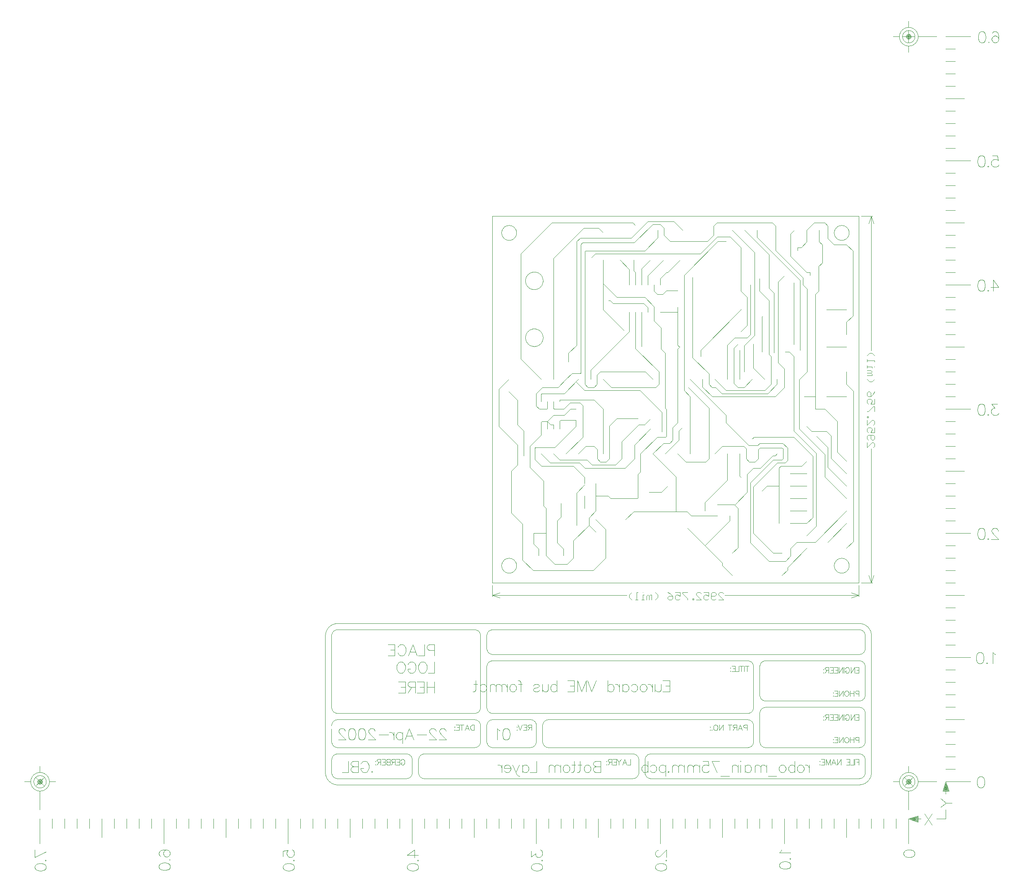
<source format=gbl>
*%FSLAX23Y23*%
*%MOIN*%
G01*
D11*
X9697Y5712D02*
Y5756D01*
X9682D01*
X9676Y5754D01*
X9671Y5750D01*
X9669Y5746D01*
X9667Y5739D01*
Y5729D01*
X9669Y5722D01*
X9671Y5718D01*
X9676Y5714D01*
X9682Y5712D01*
X9697D01*
X9640Y5756D02*
X9623Y5712D01*
X9657D02*
X9640Y5756D01*
X9651Y5726D02*
X9629D01*
X9597Y5712D02*
Y5756D01*
X9612D02*
X9582D01*
X9577D02*
X9549D01*
X9577D02*
Y5712D01*
X9549D01*
X9560Y5735D02*
X9577D01*
X9541Y5739D02*
X9539Y5741D01*
X9541Y5739D02*
X9539Y5737D01*
X9537Y5739D01*
X9539Y5741D01*
Y5716D02*
X9541Y5714D01*
X9539Y5712D01*
X9537Y5714D01*
X9539Y5716D01*
X10160Y5712D02*
Y5756D01*
X10140D01*
X10134Y5754D01*
X10132Y5752D01*
X10130Y5748D01*
Y5744D01*
X10132Y5739D01*
X10134Y5737D01*
X10140Y5735D01*
X10160D01*
X10145D02*
X10130Y5712D01*
X10119Y5756D02*
X10092D01*
X10119D02*
Y5712D01*
X10092D01*
X10102Y5735D02*
X10119D01*
X10084Y5756D02*
X10067Y5712D01*
X10050Y5756D01*
X10042Y5741D02*
X10044Y5739D01*
X10042Y5737D01*
X10040Y5739D01*
X10042Y5741D01*
Y5716D02*
X10044Y5714D01*
X10042Y5712D01*
X10040Y5714D01*
X10042Y5716D01*
X12778Y6008D02*
X12797D01*
X12778D02*
X12771Y6010D01*
X12769Y6012D01*
X12767Y6016D01*
Y6023D01*
X12769Y6027D01*
X12771Y6029D01*
X12778Y6031D01*
X12797D01*
Y5986D01*
X12757D02*
Y6031D01*
X12727D02*
Y5986D01*
Y6010D02*
X12757D01*
X12706Y6029D02*
X12702Y6031D01*
X12706Y6029D02*
X12710Y6025D01*
X12712Y6021D01*
X12715Y6014D01*
Y6004D01*
X12712Y5997D01*
X12710Y5993D01*
X12706Y5989D01*
X12702Y5986D01*
X12693D01*
X12689Y5989D01*
X12685Y5993D01*
X12682Y5997D01*
X12680Y6004D01*
Y6014D01*
X12682Y6021D01*
X12685Y6025D01*
X12689Y6029D01*
X12693Y6031D01*
X12702D01*
X12670D02*
Y5986D01*
X12640D02*
X12670Y6031D01*
X12640D02*
Y5986D01*
X12627Y6031D02*
X12599D01*
X12627D02*
Y5986D01*
X12599D01*
X12610Y6010D02*
X12627D01*
X12592Y6014D02*
X12590Y6016D01*
X12592Y6014D02*
X12590Y6012D01*
X12588Y6014D01*
X12590Y6016D01*
Y5991D02*
X12592Y5989D01*
X12590Y5986D01*
X12588Y5989D01*
X12590Y5991D01*
X12778Y5633D02*
X12797D01*
X12778D02*
X12771Y5635D01*
X12769Y5637D01*
X12767Y5641D01*
Y5648D01*
X12769Y5652D01*
X12771Y5654D01*
X12778Y5656D01*
X12797D01*
Y5612D01*
X12757D02*
Y5656D01*
X12727D02*
Y5612D01*
Y5635D02*
X12757D01*
X12706Y5654D02*
X12702Y5656D01*
X12706Y5654D02*
X12710Y5650D01*
X12712Y5646D01*
X12715Y5639D01*
Y5629D01*
X12712Y5622D01*
X12710Y5618D01*
X12706Y5614D01*
X12702Y5612D01*
X12693D01*
X12689Y5614D01*
X12685Y5618D01*
X12682Y5622D01*
X12680Y5629D01*
Y5639D01*
X12682Y5646D01*
X12685Y5650D01*
X12689Y5654D01*
X12693Y5656D01*
X12702D01*
X12670D02*
Y5612D01*
X12640D02*
X12670Y5656D01*
X12640D02*
Y5612D01*
X12627Y5656D02*
X12599D01*
X12627D02*
Y5612D01*
X12599D01*
X12610Y5635D02*
X12627D01*
X12592Y5639D02*
X12590Y5641D01*
X12592Y5639D02*
X12590Y5637D01*
X12588Y5639D01*
X12590Y5641D01*
Y5616D02*
X12592Y5614D01*
X12590Y5612D01*
X12588Y5614D01*
X12590Y5616D01*
X10957Y5479D02*
Y5434D01*
X10931D01*
X10892D02*
X10909Y5479D01*
X10926Y5434D01*
X10920Y5449D02*
X10899D01*
X10882Y5479D02*
X10864Y5458D01*
Y5434D01*
Y5458D02*
X10847Y5479D01*
X10842D02*
X10814D01*
X10842D02*
Y5434D01*
X10814D01*
X10824Y5458D02*
X10842D01*
X10806Y5479D02*
Y5434D01*
Y5479D02*
X10787D01*
X10780Y5477D01*
X10778Y5475D01*
X10776Y5470D01*
Y5466D01*
X10778Y5462D01*
X10780Y5460D01*
X10787Y5458D01*
X10806D01*
X10791D02*
X10776Y5434D01*
X10766Y5462D02*
X10764Y5464D01*
X10766Y5462D02*
X10764Y5460D01*
X10762Y5462D01*
X10764Y5464D01*
Y5438D02*
X10766Y5436D01*
X10764Y5434D01*
X10762Y5436D01*
X10764Y5438D01*
X12769Y6219D02*
X12797D01*
Y6174D01*
X12769D01*
X12780Y6198D02*
X12797D01*
X12762Y6219D02*
Y6174D01*
X12732D02*
X12762Y6219D01*
X12732D02*
Y6174D01*
X12687Y6208D02*
X12689Y6213D01*
X12694Y6217D01*
X12698Y6219D01*
X12706D01*
X12711Y6217D01*
X12715Y6213D01*
X12717Y6208D01*
X12719Y6202D01*
Y6191D01*
X12717Y6185D01*
X12715Y6180D01*
X12711Y6176D01*
X12706Y6174D01*
X12698D01*
X12694Y6176D01*
X12689Y6180D01*
X12687Y6185D01*
Y6191D01*
X12698D01*
X12677Y6174D02*
Y6219D01*
X12667D02*
Y6174D01*
X12637D02*
X12667Y6219D01*
X12637D02*
Y6174D01*
X12625Y6219D02*
X12597D01*
X12625D02*
Y6174D01*
X12597D01*
X12608Y6198D02*
X12625D01*
X12590Y6219D02*
X12562D01*
X12590D02*
Y6174D01*
X12562D01*
X12572Y6198D02*
X12590D01*
X12554Y6219D02*
Y6174D01*
Y6219D02*
X12535D01*
X12529Y6217D01*
X12526Y6215D01*
X12524Y6210D01*
Y6206D01*
X12526Y6202D01*
X12529Y6200D01*
X12535Y6198D01*
X12554D01*
X12539D02*
X12524Y6174D01*
X12514Y6202D02*
X12512Y6204D01*
X12514Y6202D02*
X12512Y6200D01*
X12510Y6202D01*
X12512Y6204D01*
Y6178D02*
X12514Y6176D01*
X12512Y6174D01*
X12510Y6176D01*
X12512Y6178D01*
X11897Y5733D02*
X11878D01*
X11871Y5735D01*
X11869Y5737D01*
X11867Y5741D01*
Y5748D01*
X11869Y5752D01*
X11871Y5754D01*
X11878Y5756D01*
X11897D01*
Y5712D01*
X11840Y5756D02*
X11823Y5712D01*
X11857D02*
X11840Y5756D01*
X11851Y5726D02*
X11829D01*
X11812Y5712D02*
Y5756D01*
X11793D01*
X11786Y5754D01*
X11784Y5752D01*
X11782Y5748D01*
Y5744D01*
X11784Y5739D01*
X11786Y5737D01*
X11793Y5735D01*
X11812D01*
X11797D02*
X11782Y5712D01*
X11757D02*
Y5756D01*
X11772D02*
X11742D01*
X11701D02*
Y5712D01*
X11671D02*
X11701Y5756D01*
X11671D02*
Y5712D01*
X11650Y5754D02*
X11646Y5756D01*
X11650Y5754D02*
X11655Y5750D01*
X11657Y5746D01*
X11659Y5739D01*
Y5729D01*
X11657Y5722D01*
X11655Y5718D01*
X11650Y5714D01*
X11646Y5712D01*
X11638D01*
X11633Y5714D01*
X11629Y5718D01*
X11627Y5722D01*
X11625Y5729D01*
Y5739D01*
X11627Y5746D01*
X11629Y5750D01*
X11633Y5754D01*
X11638Y5756D01*
X11646D01*
X11612Y5716D02*
X11614Y5714D01*
X11612Y5712D01*
X11610Y5714D01*
X11612Y5716D01*
X11600Y5739D02*
X11598Y5741D01*
X11600Y5739D02*
X11598Y5737D01*
X11596Y5739D01*
X11598Y5741D01*
Y5716D02*
X11600Y5714D01*
X11598Y5712D01*
X11596Y5714D01*
X11598Y5716D01*
X11895Y6186D02*
Y6231D01*
X11910D02*
X11880D01*
X11874D02*
Y6186D01*
X11850D02*
Y6231D01*
X11865D02*
X11835D01*
X11829D02*
Y6186D01*
X11804D01*
X11799Y6231D02*
X11771D01*
X11799D02*
Y6186D01*
X11771D01*
X11782Y6210D02*
X11799D01*
X11763Y6214D02*
X11761Y6216D01*
X11763Y6214D02*
X11761Y6212D01*
X11759Y6214D01*
X11761Y6216D01*
Y6191D02*
X11763Y6189D01*
X11761Y6186D01*
X11759Y6189D01*
X11761Y6191D01*
X12769Y5839D02*
X12797D01*
Y5794D01*
X12769D01*
X12780Y5818D02*
X12797D01*
X12762Y5839D02*
Y5794D01*
X12732D02*
X12762Y5839D01*
X12732D02*
Y5794D01*
X12687Y5828D02*
X12689Y5833D01*
X12694Y5837D01*
X12698Y5839D01*
X12706D01*
X12711Y5837D01*
X12715Y5833D01*
X12717Y5828D01*
X12719Y5822D01*
Y5811D01*
X12717Y5805D01*
X12715Y5800D01*
X12711Y5796D01*
X12706Y5794D01*
X12698D01*
X12694Y5796D01*
X12689Y5800D01*
X12687Y5805D01*
Y5811D01*
X12698D01*
X12677Y5794D02*
Y5839D01*
X12667D02*
Y5794D01*
X12637D02*
X12667Y5839D01*
X12637D02*
Y5794D01*
X12625Y5839D02*
X12597D01*
X12625D02*
Y5794D01*
X12597D01*
X12608Y5818D02*
X12625D01*
X12590Y5839D02*
X12562D01*
X12590D02*
Y5794D01*
X12562D01*
X12572Y5818D02*
X12590D01*
X12554Y5839D02*
Y5794D01*
Y5839D02*
X12535D01*
X12529Y5837D01*
X12526Y5835D01*
X12524Y5830D01*
Y5826D01*
X12526Y5822D01*
X12529Y5820D01*
X12535Y5818D01*
X12554D01*
X12539D02*
X12524Y5794D01*
X12514Y5822D02*
X12512Y5824D01*
X12514Y5822D02*
X12512Y5820D01*
X12510Y5822D01*
X12512Y5824D01*
Y5798D02*
X12514Y5796D01*
X12512Y5794D01*
X12510Y5796D01*
X12512Y5798D01*
X12797Y5479D02*
Y5434D01*
Y5479D02*
X12769D01*
X12780Y5458D02*
X12797D01*
X12764Y5479D02*
Y5434D01*
X12755D02*
Y5479D01*
Y5434D02*
X12729D01*
X12724Y5479D02*
X12696D01*
X12724D02*
Y5434D01*
X12696D01*
X12707Y5458D02*
X12724D01*
X12653Y5479D02*
Y5434D01*
X12623D02*
X12653Y5479D01*
X12623D02*
Y5434D01*
X12577D02*
X12594Y5479D01*
X12611Y5434D01*
X12604Y5449D02*
X12583D01*
X12566Y5434D02*
Y5479D01*
X12549Y5434D01*
X12532Y5479D01*
Y5434D01*
X12519Y5479D02*
X12491D01*
X12519D02*
Y5434D01*
X12491D01*
X12502Y5458D02*
X12519D01*
X12484Y5462D02*
X12481Y5464D01*
X12484Y5462D02*
X12481Y5460D01*
X12479Y5462D01*
X12481Y5464D01*
Y5438D02*
X12484Y5436D01*
X12481Y5434D01*
X12479Y5436D01*
X12481Y5438D01*
X9107Y5473D02*
X9105Y5468D01*
X9107Y5473D02*
X9111Y5477D01*
X9116Y5479D01*
X9124D01*
X9128Y5477D01*
X9133Y5473D01*
X9135Y5468D01*
X9137Y5462D01*
Y5451D01*
X9135Y5445D01*
X9133Y5440D01*
X9128Y5436D01*
X9124Y5434D01*
X9116D01*
X9111Y5436D01*
X9107Y5440D01*
X9105Y5445D01*
Y5451D01*
X9116D01*
X9095Y5479D02*
X9067D01*
X9095D02*
Y5434D01*
X9067D01*
X9077Y5458D02*
X9095D01*
X9059Y5479D02*
Y5434D01*
Y5479D02*
X9040D01*
X9034Y5477D01*
X9031Y5475D01*
X9029Y5470D01*
Y5466D01*
X9031Y5462D01*
X9034Y5460D01*
X9040Y5458D01*
X9059D01*
X9044D02*
X9029Y5434D01*
X9019D02*
Y5479D01*
X9000D01*
X8993Y5477D01*
X8991Y5475D01*
X8989Y5470D01*
Y5466D01*
X8991Y5462D01*
X8993Y5460D01*
X9000Y5458D01*
X9019D01*
X9000D02*
X8993Y5455D01*
X8991Y5453D01*
X8989Y5449D01*
Y5443D01*
X8991Y5438D01*
X8993Y5436D01*
X9000Y5434D01*
X9019D01*
X8979Y5479D02*
X8951D01*
X8979D02*
Y5434D01*
X8951D01*
X8962Y5458D02*
X8979D01*
X8944Y5479D02*
Y5434D01*
Y5479D02*
X8924D01*
X8918Y5477D01*
X8916Y5475D01*
X8914Y5470D01*
Y5466D01*
X8916Y5462D01*
X8918Y5460D01*
X8924Y5458D01*
X8944D01*
X8929D02*
X8914Y5434D01*
X8904Y5462D02*
X8902Y5464D01*
X8904Y5462D02*
X8902Y5460D01*
X8899Y5462D01*
X8902Y5464D01*
Y5438D02*
X8904Y5436D01*
X8902Y5434D01*
X8899Y5436D01*
X8902Y5438D01*
D12*
X12861Y7990D02*
Y8029D01*
Y7990D02*
X12901Y8029D01*
X12911D01*
X12921Y8019D01*
Y7999D01*
X12911Y7990D01*
X12871Y8049D02*
X12861Y8059D01*
Y8079D01*
X12871Y8089D01*
X12911D01*
X12921Y8079D01*
Y8059D01*
X12911Y8049D01*
X12901D01*
X12891Y8059D01*
Y8089D01*
X12921Y8109D02*
Y8149D01*
Y8109D02*
X12891D01*
X12901Y8129D01*
Y8139D01*
X12891Y8149D01*
X12871D01*
X12861Y8139D01*
Y8119D01*
X12871Y8109D01*
X12861Y8169D02*
Y8209D01*
Y8169D02*
X12901Y8209D01*
X12911D01*
X12921Y8199D01*
Y8179D01*
X12911Y8169D01*
X12871Y8229D02*
X12861D01*
X12871D02*
Y8239D01*
X12861D01*
Y8229D01*
X12921Y8279D02*
Y8319D01*
X12911D01*
X12871Y8279D01*
X12861D01*
X12921Y8339D02*
Y8379D01*
Y8339D02*
X12891D01*
X12901Y8359D01*
Y8369D01*
X12891Y8379D01*
X12871D01*
X12861Y8369D01*
Y8349D01*
X12871Y8339D01*
X12911Y8419D02*
X12921Y8439D01*
X12911Y8419D02*
X12891Y8399D01*
X12871D01*
X12861Y8409D01*
Y8429D01*
X12871Y8439D01*
X12881D01*
X12891Y8429D01*
Y8399D01*
X12881Y8519D02*
X12861Y8539D01*
X12881Y8519D02*
X12901D01*
X12921Y8539D01*
X12901Y8569D02*
X12861D01*
X12901D02*
Y8579D01*
X12891Y8589D01*
X12861D01*
X12891D01*
X12901Y8599D01*
X12891Y8609D01*
X12861D01*
Y8629D02*
Y8649D01*
Y8639D01*
X12901D01*
Y8629D01*
X12921Y8639D02*
X12920D01*
X12861Y8679D02*
Y8699D01*
Y8689D01*
X12921D01*
Y8679D01*
X12861Y8729D02*
X12881Y8749D01*
X12901D01*
X12921Y8729D01*
X11707Y6763D02*
X11667D01*
X11707D02*
X11667Y6803D01*
Y6813D01*
X11677Y6823D01*
X11697D01*
X11707Y6813D01*
X11647Y6773D02*
X11637Y6763D01*
X11617D01*
X11607Y6773D01*
Y6813D01*
X11617Y6823D01*
X11637D01*
X11647Y6813D01*
Y6803D01*
X11637Y6793D01*
X11607D01*
X11587Y6823D02*
X11547D01*
X11587D02*
Y6793D01*
X11567Y6803D01*
X11557D01*
X11547Y6793D01*
Y6773D01*
X11557Y6763D01*
X11577D01*
X11587Y6773D01*
X11527Y6763D02*
X11487D01*
X11527D02*
X11487Y6803D01*
Y6813D01*
X11497Y6823D01*
X11517D01*
X11527Y6813D01*
X11467Y6773D02*
Y6763D01*
Y6773D02*
X11457D01*
Y6763D01*
X11467D01*
X11417Y6823D02*
X11377D01*
Y6813D01*
X11417Y6773D01*
Y6763D01*
X11357Y6823D02*
X11317D01*
X11357D02*
Y6793D01*
X11337Y6803D01*
X11327D01*
X11317Y6793D01*
Y6773D01*
X11327Y6763D01*
X11347D01*
X11357Y6773D01*
X11277Y6813D02*
X11257Y6823D01*
X11277Y6813D02*
X11297Y6793D01*
Y6773D01*
X11287Y6763D01*
X11267D01*
X11257Y6773D01*
Y6783D01*
X11267Y6793D01*
X11297D01*
X11177Y6783D02*
X11157Y6763D01*
X11177Y6783D02*
Y6803D01*
X11157Y6823D01*
X11127Y6803D02*
Y6763D01*
Y6803D02*
X11117D01*
X11107Y6793D01*
Y6763D01*
Y6793D01*
X11097Y6803D01*
X11087Y6793D01*
Y6763D01*
X11067D02*
X11047D01*
X11057D01*
Y6803D01*
X11067D01*
X11057Y6823D02*
X11056D01*
X11017Y6763D02*
X10997D01*
X11007D01*
Y6823D01*
X11017D01*
X10967Y6763D02*
X10947Y6783D01*
Y6803D01*
X10967Y6823D01*
D15*
X13072Y5299D02*
X13122D01*
X13272D02*
X13422D01*
X13422Y4999D02*
X13497D01*
X13522Y5224D02*
X13472D01*
X13483Y5232D02*
X13512D01*
X13507Y5236D02*
X13488D01*
X13478Y5228D02*
X13517D01*
X13502Y5239D02*
X13493D01*
X13297Y4999D02*
X13272D01*
X13497Y5299D02*
X13697D01*
X13572Y5399D02*
X13497D01*
Y5499D02*
X13572D01*
Y5599D02*
X13497D01*
Y5699D02*
X13572D01*
X13647Y5799D02*
X13497D01*
Y5899D02*
X13572D01*
Y5999D02*
X13497D01*
Y6099D02*
X13572D01*
Y6199D02*
X13497D01*
Y6299D02*
X13697D01*
X13572Y6399D02*
X13497D01*
Y6499D02*
X13572D01*
Y6599D02*
X13497D01*
Y6699D02*
X13572D01*
X13647Y6799D02*
X13497D01*
Y6899D02*
X13572D01*
Y6999D02*
X13497D01*
Y7099D02*
X13572D01*
Y7199D02*
X13497D01*
Y7299D02*
X13697D01*
X13572Y7399D02*
X13497D01*
Y7499D02*
X13572D01*
Y7599D02*
X13497D01*
Y7699D02*
X13572D01*
X13647Y7799D02*
X13497D01*
Y7899D02*
X13572D01*
Y7999D02*
X13497D01*
Y8099D02*
X13572D01*
Y8199D02*
X13497D01*
Y8299D02*
X13697D01*
X13572Y8399D02*
X13497D01*
Y8499D02*
X13572D01*
Y8599D02*
X13497D01*
Y8699D02*
X13572D01*
X13647Y8799D02*
X13497D01*
Y8899D02*
X13572D01*
Y8999D02*
X13497D01*
Y9099D02*
X13572D01*
Y9199D02*
X13497D01*
Y9299D02*
X13697D01*
X13572Y9399D02*
X13497D01*
Y9499D02*
X13572D01*
Y9599D02*
X13497D01*
Y9699D02*
X13572D01*
X13647Y9799D02*
X13497D01*
Y9899D02*
X13572D01*
Y9999D02*
X13497D01*
Y10099D02*
X13572D01*
Y10199D02*
X13497D01*
Y10299D02*
X13697D01*
X13572Y10399D02*
X13497D01*
Y10499D02*
X13572D01*
Y10599D02*
X13497D01*
Y10699D02*
X13572D01*
X13647Y10799D02*
X13497D01*
Y10899D02*
X13572D01*
Y10999D02*
X13497D01*
Y11099D02*
X13572D01*
Y11199D02*
X13497D01*
Y11299D02*
X13697D01*
X13197D02*
X13147D01*
X13197D02*
X13247D01*
X13272D02*
X13422D01*
X13122D02*
X13072D01*
X6322Y5299D02*
X6272D01*
X6122D02*
X6072D01*
X13197Y5224D02*
Y5074D01*
Y5374D02*
Y5424D01*
X13497Y5074D02*
Y4999D01*
X13272Y4974D02*
Y5024D01*
X13264Y5014D02*
Y4984D01*
X13497Y5199D02*
Y5224D01*
X13261Y5008D02*
Y4990D01*
X13268Y4980D02*
Y5018D01*
X13257Y5004D02*
Y4994D01*
X13197Y4999D02*
Y4799D01*
X13097Y4924D02*
Y4999D01*
X12997D02*
Y4924D01*
X12897D02*
Y4999D01*
X12797D02*
Y4924D01*
X12697Y4849D02*
Y4999D01*
X12597D02*
Y4924D01*
X12497D02*
Y4999D01*
X12397D02*
Y4924D01*
X12297D02*
Y4999D01*
X12197D02*
Y4799D01*
X12097Y4924D02*
Y4999D01*
X11997D02*
Y4924D01*
X11897D02*
Y4999D01*
X11797D02*
Y4924D01*
X11697Y4849D02*
Y4999D01*
X11597D02*
Y4924D01*
X11497D02*
Y4999D01*
X11397D02*
Y4924D01*
X11297D02*
Y4999D01*
X11197D02*
Y4799D01*
X11097Y4924D02*
Y4999D01*
X10997D02*
Y4924D01*
X10897D02*
Y4999D01*
X10797D02*
Y4924D01*
X10697Y4849D02*
Y4999D01*
X10597D02*
Y4924D01*
X10497D02*
Y4999D01*
X10397D02*
Y4924D01*
X10297D02*
Y4999D01*
X10197D02*
Y4799D01*
X10097Y4924D02*
Y4999D01*
X9997D02*
Y4924D01*
X9897D02*
Y4999D01*
X9797D02*
Y4924D01*
X9697Y4849D02*
Y4999D01*
X9597D02*
Y4924D01*
X9497D02*
Y4999D01*
X9397D02*
Y4924D01*
X9297D02*
Y4999D01*
X9197D02*
Y4799D01*
X9097Y4924D02*
Y4999D01*
X8997D02*
Y4924D01*
X8897D02*
Y4999D01*
X8797D02*
Y4924D01*
X8697Y4849D02*
Y4999D01*
X8597D02*
Y4924D01*
X8497D02*
Y4999D01*
X8397D02*
Y4924D01*
X8297D02*
Y4999D01*
X8197D02*
Y4799D01*
X8097Y4924D02*
Y4999D01*
X7997D02*
Y4924D01*
X7897D02*
Y4999D01*
X7797D02*
Y4924D01*
X7697Y4849D02*
Y4999D01*
X7597D02*
Y4924D01*
X7497D02*
Y4999D01*
X7397D02*
Y4924D01*
X7297D02*
Y4999D01*
X7197D02*
Y4799D01*
X7097Y4924D02*
Y4999D01*
X6997D02*
Y4924D01*
X6897D02*
Y4999D01*
X6797D02*
Y4924D01*
X6697Y4849D02*
Y4999D01*
X6597D02*
Y4924D01*
X6497D02*
Y4999D01*
X6397D02*
Y4924D01*
X6297D02*
Y4999D01*
X6197D02*
Y4799D01*
X13197Y11249D02*
Y11299D01*
Y11349D01*
Y11374D02*
Y11424D01*
Y11224D02*
Y11174D01*
X6197Y5424D02*
Y5374D01*
Y5224D02*
Y5074D01*
X13162Y5334D02*
X13197Y5299D01*
X13232Y5264D01*
X6232D02*
X6197Y5299D01*
X6162Y5334D01*
X13162Y5264D02*
X13197Y5299D01*
X13232Y5334D01*
X6197Y5299D02*
X6162Y5264D01*
X6197Y5299D02*
X6232Y5334D01*
X13197Y4999D02*
X13272Y4974D01*
Y5024D02*
X13197Y4999D01*
X13221D02*
X13264Y5014D01*
Y4984D02*
X13221Y4999D01*
X13472Y5224D02*
X13497Y5299D01*
X13522Y5224D01*
X13512Y5232D02*
X13497Y5275D01*
X13483Y5232D01*
X13507Y5236D02*
X13497Y5264D01*
X13488Y5236D01*
X13517Y5228D02*
X13497Y5286D01*
X13478Y5228D01*
X13502Y5239D02*
X13497Y5252D01*
X13493Y5239D01*
X13261Y5008D02*
X13233Y4999D01*
X13261Y4990D01*
X13268Y5018D02*
X13210Y4999D01*
X13268Y4980D01*
X13257Y5004D02*
X13244Y4999D01*
X13257Y4994D01*
X6147Y5299D02*
X6147Y5302D01*
X6147Y5306D01*
X6148Y5309D01*
X6149Y5312D01*
X6150Y5316D01*
X6151Y5319D01*
X6152Y5322D01*
X6154Y5325D01*
X6156Y5328D01*
X6158Y5330D01*
X6160Y5333D01*
X6163Y5335D01*
X6165Y5337D01*
X6168Y5340D01*
X6171Y5341D01*
X6173Y5343D01*
X6177Y5345D01*
X6180Y5346D01*
X6183Y5347D01*
X6186Y5348D01*
X6189Y5348D01*
X6193Y5349D01*
X6196Y5349D01*
X6200Y5349D01*
X6203Y5349D01*
X6206Y5348D01*
X6210Y5347D01*
X6213Y5346D01*
X6216Y5345D01*
X6219Y5344D01*
X6222Y5342D01*
X6225Y5341D01*
X6228Y5339D01*
X6230Y5336D01*
X6233Y5334D01*
X6235Y5332D01*
X6237Y5329D01*
X6239Y5326D01*
X6241Y5323D01*
X6242Y5320D01*
X6244Y5317D01*
X6245Y5314D01*
X6246Y5311D01*
X6246Y5307D01*
X6247Y5304D01*
X6247Y5301D01*
Y5297D01*
X6247Y5294D01*
X6246Y5291D01*
X6246Y5287D01*
X6245Y5284D01*
X6244Y5281D01*
X6242Y5278D01*
X6241Y5275D01*
X6239Y5272D01*
X6237Y5269D01*
X6235Y5266D01*
X6233Y5264D01*
X6230Y5262D01*
X6228Y5259D01*
X6225Y5257D01*
X6222Y5256D01*
X6219Y5254D01*
X6216Y5253D01*
X6213Y5252D01*
X6210Y5251D01*
X6206Y5250D01*
X6203Y5249D01*
X6200Y5249D01*
X6196Y5249D01*
X6193Y5249D01*
X6189Y5250D01*
X6186Y5250D01*
X6183Y5251D01*
X6180Y5252D01*
X6177Y5253D01*
X6173Y5255D01*
X6171Y5257D01*
X6168Y5258D01*
X6165Y5261D01*
X6163Y5263D01*
X6160Y5265D01*
X6158Y5268D01*
X6156Y5270D01*
X6154Y5273D01*
X6152Y5276D01*
X6151Y5279D01*
X6150Y5282D01*
X6149Y5286D01*
X6148Y5289D01*
X6147Y5292D01*
X6147Y5296D01*
X6147Y5299D01*
X6122D02*
X6122Y5302D01*
X6122Y5306D01*
X6123Y5309D01*
X6123Y5312D01*
X6124Y5316D01*
X6125Y5319D01*
X6126Y5322D01*
X6127Y5325D01*
X6128Y5328D01*
X6129Y5331D01*
X6131Y5334D01*
X6132Y5337D01*
X6134Y5340D01*
X6136Y5343D01*
X6138Y5345D01*
X6140Y5348D01*
X6143Y5351D01*
X6145Y5353D01*
X6147Y5355D01*
X6150Y5357D01*
X6153Y5359D01*
X6155Y5361D01*
X6158Y5363D01*
X6161Y5365D01*
X6164Y5366D01*
X6167Y5368D01*
X6170Y5369D01*
X6173Y5370D01*
X6176Y5371D01*
X6180Y5372D01*
X6183Y5373D01*
X6186Y5373D01*
X6189Y5374D01*
X6193Y5374D01*
X6196Y5374D01*
X6200Y5374D01*
X6203Y5374D01*
X6206Y5373D01*
X6209Y5373D01*
X6213Y5372D01*
X6216Y5372D01*
X6219Y5371D01*
X6222Y5370D01*
X6226Y5368D01*
X6229Y5367D01*
X6232Y5366D01*
X6234Y5364D01*
X6237Y5362D01*
X6240Y5360D01*
X6243Y5358D01*
X6245Y5356D01*
X6248Y5354D01*
X6250Y5352D01*
X6253Y5349D01*
X6255Y5347D01*
X6257Y5344D01*
X6259Y5341D01*
X6261Y5339D01*
X6262Y5336D01*
X6264Y5333D01*
X6265Y5330D01*
X6267Y5327D01*
X6268Y5324D01*
X6269Y5320D01*
X6270Y5317D01*
X6270Y5314D01*
X6271Y5311D01*
X6272Y5307D01*
X6272Y5304D01*
X6272Y5301D01*
Y5297D01*
X6272Y5294D01*
X6272Y5291D01*
X6271Y5287D01*
X6270Y5284D01*
X6270Y5281D01*
X6269Y5278D01*
X6268Y5274D01*
X6267Y5271D01*
X6265Y5268D01*
X6264Y5265D01*
X6262Y5262D01*
X6261Y5259D01*
X6259Y5257D01*
X6257Y5254D01*
X6255Y5251D01*
X6253Y5249D01*
X6250Y5246D01*
X6248Y5244D01*
X6245Y5242D01*
X6243Y5240D01*
X6240Y5238D01*
X6237Y5236D01*
X6234Y5234D01*
X6232Y5232D01*
X6229Y5231D01*
X6226Y5230D01*
X6222Y5228D01*
X6219Y5227D01*
X6216Y5226D01*
X6213Y5226D01*
X6209Y5225D01*
X6206Y5225D01*
X6203Y5224D01*
X6200Y5224D01*
X6196Y5224D01*
X6193Y5224D01*
X6189Y5224D01*
X6186Y5225D01*
X6183Y5225D01*
X6180Y5226D01*
X6176Y5227D01*
X6173Y5228D01*
X6170Y5229D01*
X6167Y5230D01*
X6164Y5232D01*
X6161Y5233D01*
X6158Y5235D01*
X6155Y5237D01*
X6153Y5239D01*
X6150Y5241D01*
X6147Y5243D01*
X6145Y5245D01*
X6143Y5247D01*
X6140Y5250D01*
X6138Y5253D01*
X6136Y5255D01*
X6134Y5258D01*
X6132Y5261D01*
X6131Y5264D01*
X6129Y5267D01*
X6128Y5270D01*
X6127Y5273D01*
X6126Y5276D01*
X6125Y5279D01*
X6124Y5282D01*
X6123Y5286D01*
X6123Y5289D01*
X6122Y5292D01*
X6122Y5296D01*
X6122Y5299D01*
X6194D02*
X6196Y5301D01*
X6198D01*
X6200Y5299D01*
X6198Y5297D01*
X6196D01*
X6194Y5299D01*
X6192D02*
X6193Y5302D01*
X6196Y5304D01*
X6200Y5303D01*
X6202Y5301D01*
Y5297D01*
X6200Y5295D01*
X6196Y5294D01*
X6193Y5296D01*
X6192Y5299D01*
X6177D02*
X6177Y5302D01*
X6178Y5305D01*
X6179Y5308D01*
X6181Y5311D01*
X6183Y5313D01*
X6186Y5315D01*
X6188Y5317D01*
X6191Y5318D01*
X6195Y5319D01*
X6198Y5319D01*
X6201Y5319D01*
X6204Y5318D01*
X6207Y5316D01*
X6210Y5314D01*
X6212Y5312D01*
X6214Y5310D01*
X6215Y5307D01*
X6216Y5304D01*
X6217Y5301D01*
Y5297D01*
X6216Y5294D01*
X6215Y5291D01*
X6214Y5288D01*
X6212Y5286D01*
X6210Y5283D01*
X6207Y5282D01*
X6204Y5280D01*
X6201Y5279D01*
X6198Y5279D01*
X6195Y5279D01*
X6191Y5280D01*
X6188Y5281D01*
X6186Y5283D01*
X6183Y5285D01*
X6181Y5287D01*
X6179Y5290D01*
X6178Y5293D01*
X6177Y5296D01*
X6177Y5299D01*
X6182D02*
X6182Y5302D01*
X6184Y5306D01*
X6186Y5309D01*
X6188Y5311D01*
X6191Y5313D01*
X6194Y5314D01*
X6198Y5314D01*
X6201Y5313D01*
X6204Y5312D01*
X6207Y5310D01*
X6210Y5307D01*
X6211Y5304D01*
X6212Y5301D01*
Y5297D01*
X6211Y5294D01*
X6210Y5291D01*
X6207Y5288D01*
X6204Y5286D01*
X6201Y5285D01*
X6198Y5284D01*
X6194Y5284D01*
X6191Y5285D01*
X6188Y5287D01*
X6186Y5289D01*
X6184Y5292D01*
X6182Y5296D01*
X6182Y5299D01*
X6187D02*
X6188Y5302D01*
X6189Y5305D01*
X6192Y5308D01*
X6195Y5309D01*
X6199D01*
X6202Y5308D01*
X6205Y5305D01*
X6206Y5302D01*
X6207Y5299D01*
X6206Y5296D01*
X6205Y5293D01*
X6202Y5290D01*
X6199Y5289D01*
X6195D01*
X6192Y5290D01*
X6189Y5293D01*
X6188Y5296D01*
X6187Y5299D01*
X13122Y11299D02*
X13122Y11302D01*
X13122Y11306D01*
X13123Y11309D01*
X13123Y11312D01*
X13124Y11316D01*
X13125Y11319D01*
X13126Y11322D01*
X13127Y11325D01*
X13128Y11328D01*
X13129Y11331D01*
X13131Y11334D01*
X13132Y11337D01*
X13134Y11340D01*
X13136Y11343D01*
X13138Y11345D01*
X13140Y11348D01*
X13143Y11351D01*
X13145Y11353D01*
X13147Y11355D01*
X13150Y11357D01*
X13153Y11359D01*
X13155Y11361D01*
X13158Y11363D01*
X13161Y11365D01*
X13164Y11366D01*
X13167Y11368D01*
X13170Y11369D01*
X13173Y11370D01*
X13176Y11371D01*
X13180Y11372D01*
X13183Y11373D01*
X13186Y11373D01*
X13190Y11374D01*
X13193Y11374D01*
X13196Y11374D01*
X13200Y11374D01*
X13203Y11374D01*
X13206Y11373D01*
X13209Y11373D01*
X13213Y11372D01*
X13216Y11372D01*
X13219Y11371D01*
X13222Y11370D01*
X13226Y11368D01*
X13229Y11367D01*
X13232Y11366D01*
X13235Y11364D01*
X13237Y11362D01*
X13240Y11360D01*
X13243Y11358D01*
X13245Y11356D01*
X13248Y11354D01*
X13250Y11352D01*
X13253Y11349D01*
X13255Y11347D01*
X13257Y11344D01*
X13259Y11341D01*
X13261Y11339D01*
X13262Y11336D01*
X13264Y11333D01*
X13265Y11330D01*
X13267Y11327D01*
X13268Y11324D01*
X13269Y11320D01*
X13270Y11317D01*
X13271Y11314D01*
X13271Y11311D01*
X13272Y11307D01*
X13272Y11304D01*
X13272Y11301D01*
Y11297D01*
X13272Y11294D01*
X13272Y11291D01*
X13271Y11287D01*
X13271Y11284D01*
X13270Y11281D01*
X13269Y11278D01*
X13268Y11274D01*
X13267Y11271D01*
X13265Y11268D01*
X13264Y11265D01*
X13262Y11262D01*
X13261Y11259D01*
X13259Y11257D01*
X13257Y11254D01*
X13255Y11251D01*
X13253Y11249D01*
X13250Y11246D01*
X13248Y11244D01*
X13245Y11242D01*
X13243Y11240D01*
X13240Y11238D01*
X13237Y11236D01*
X13235Y11234D01*
X13232Y11232D01*
X13229Y11231D01*
X13226Y11230D01*
X13222Y11228D01*
X13219Y11227D01*
X13216Y11226D01*
X13213Y11226D01*
X13209Y11225D01*
X13206Y11225D01*
X13203Y11224D01*
X13200Y11224D01*
X13196Y11224D01*
X13193Y11224D01*
X13190Y11224D01*
X13186Y11225D01*
X13183Y11225D01*
X13180Y11226D01*
X13176Y11227D01*
X13173Y11228D01*
X13170Y11229D01*
X13167Y11230D01*
X13164Y11232D01*
X13161Y11233D01*
X13158Y11235D01*
X13155Y11237D01*
X13153Y11239D01*
X13150Y11241D01*
X13147Y11243D01*
X13145Y11245D01*
X13143Y11247D01*
X13140Y11250D01*
X13138Y11253D01*
X13136Y11255D01*
X13134Y11258D01*
X13132Y11261D01*
X13131Y11264D01*
X13129Y11267D01*
X13128Y11270D01*
X13127Y11273D01*
X13126Y11276D01*
X13125Y11279D01*
X13124Y11282D01*
X13123Y11286D01*
X13123Y11289D01*
X13122Y11292D01*
X13122Y11296D01*
X13122Y11299D01*
X13195D02*
X13196Y11301D01*
X13198D01*
X13200Y11299D01*
X13198Y11297D01*
X13196D01*
X13195Y11299D01*
X13192D02*
X13193Y11302D01*
X13196Y11304D01*
X13200Y11303D01*
X13202Y11301D01*
Y11297D01*
X13200Y11295D01*
X13196Y11294D01*
X13193Y11296D01*
X13192Y11299D01*
X13187D02*
X13188Y11302D01*
X13189Y11305D01*
X13192Y11308D01*
X13195Y11309D01*
X13199D01*
X13202Y11308D01*
X13205Y11305D01*
X13206Y11302D01*
X13207Y11299D01*
X13206Y11296D01*
X13205Y11293D01*
X13202Y11290D01*
X13199Y11289D01*
X13195D01*
X13192Y11290D01*
X13189Y11293D01*
X13188Y11296D01*
X13187Y11299D01*
X13182D02*
X13182Y11302D01*
X13184Y11306D01*
X13186Y11309D01*
X13188Y11311D01*
X13191Y11313D01*
X13194Y11314D01*
X13198Y11314D01*
X13201Y11313D01*
X13205Y11312D01*
X13207Y11310D01*
X13210Y11307D01*
X13211Y11304D01*
X13212Y11301D01*
Y11297D01*
X13211Y11294D01*
X13210Y11291D01*
X13207Y11288D01*
X13205Y11286D01*
X13201Y11285D01*
X13198Y11284D01*
X13194Y11284D01*
X13191Y11285D01*
X13188Y11287D01*
X13186Y11289D01*
X13184Y11292D01*
X13182Y11296D01*
X13182Y11299D01*
X13177D02*
X13177Y11302D01*
X13178Y11305D01*
X13179Y11308D01*
X13181Y11311D01*
X13183Y11313D01*
X13186Y11315D01*
X13188Y11317D01*
X13191Y11318D01*
X13195Y11319D01*
X13198Y11319D01*
X13201Y11319D01*
X13204Y11318D01*
X13207Y11316D01*
X13210Y11314D01*
X13212Y11312D01*
X13214Y11310D01*
X13215Y11307D01*
X13216Y11304D01*
X13217Y11301D01*
Y11297D01*
X13216Y11294D01*
X13215Y11291D01*
X13214Y11288D01*
X13212Y11286D01*
X13210Y11284D01*
X13207Y11282D01*
X13204Y11280D01*
X13201Y11279D01*
X13198Y11279D01*
X13195Y11279D01*
X13191Y11280D01*
X13188Y11281D01*
X13186Y11283D01*
X13183Y11285D01*
X13181Y11287D01*
X13179Y11290D01*
X13178Y11293D01*
X13177Y11296D01*
X13177Y11299D01*
X13147D02*
X13147Y11302D01*
X13147Y11306D01*
X13148Y11309D01*
X13149Y11312D01*
X13150Y11316D01*
X13151Y11319D01*
X13152Y11322D01*
X13154Y11325D01*
X13156Y11328D01*
X13158Y11330D01*
X13160Y11333D01*
X13163Y11335D01*
X13165Y11337D01*
X13168Y11340D01*
X13171Y11341D01*
X13173Y11343D01*
X13177Y11345D01*
X13180Y11346D01*
X13183Y11347D01*
X13186Y11348D01*
X13189Y11348D01*
X13193Y11349D01*
X13196Y11349D01*
X13200Y11349D01*
X13203Y11349D01*
X13206Y11348D01*
X13210Y11347D01*
X13213Y11346D01*
X13216Y11345D01*
X13219Y11344D01*
X13222Y11342D01*
X13225Y11341D01*
X13228Y11339D01*
X13230Y11336D01*
X13233Y11334D01*
X13235Y11332D01*
X13237Y11329D01*
X13239Y11326D01*
X13241Y11323D01*
X13242Y11320D01*
X13244Y11317D01*
X13245Y11314D01*
X13246Y11311D01*
X13246Y11307D01*
X13247Y11304D01*
X13247Y11301D01*
Y11297D01*
X13247Y11294D01*
X13246Y11291D01*
X13246Y11287D01*
X13245Y11284D01*
X13244Y11281D01*
X13242Y11278D01*
X13241Y11275D01*
X13239Y11272D01*
X13237Y11269D01*
X13235Y11266D01*
X13233Y11264D01*
X13230Y11262D01*
X13228Y11259D01*
X13225Y11257D01*
X13222Y11256D01*
X13219Y11254D01*
X13216Y11253D01*
X13213Y11252D01*
X13210Y11251D01*
X13206Y11250D01*
X13203Y11249D01*
X13200Y11249D01*
X13196Y11249D01*
X13193Y11249D01*
X13189Y11250D01*
X13186Y11250D01*
X13183Y11251D01*
X13180Y11252D01*
X13177Y11253D01*
X13173Y11255D01*
X13171Y11257D01*
X13168Y11258D01*
X13165Y11261D01*
X13163Y11263D01*
X13160Y11265D01*
X13158Y11268D01*
X13156Y11270D01*
X13154Y11273D01*
X13152Y11276D01*
X13151Y11279D01*
X13150Y11282D01*
X13149Y11286D01*
X13148Y11289D01*
X13147Y11292D01*
X13147Y11296D01*
X13147Y11299D01*
X13147Y5299D02*
X13147Y5302D01*
X13147Y5306D01*
X13148Y5309D01*
X13149Y5312D01*
X13150Y5316D01*
X13151Y5319D01*
X13152Y5322D01*
X13154Y5325D01*
X13156Y5328D01*
X13158Y5330D01*
X13160Y5333D01*
X13163Y5335D01*
X13165Y5337D01*
X13168Y5340D01*
X13171Y5341D01*
X13173Y5343D01*
X13177Y5345D01*
X13180Y5346D01*
X13183Y5347D01*
X13186Y5348D01*
X13189Y5348D01*
X13193Y5349D01*
X13196Y5349D01*
X13200Y5349D01*
X13203Y5349D01*
X13206Y5348D01*
X13210Y5347D01*
X13213Y5346D01*
X13216Y5345D01*
X13219Y5344D01*
X13222Y5342D01*
X13225Y5341D01*
X13228Y5339D01*
X13230Y5336D01*
X13233Y5334D01*
X13235Y5332D01*
X13237Y5329D01*
X13239Y5326D01*
X13241Y5323D01*
X13242Y5320D01*
X13244Y5317D01*
X13245Y5314D01*
X13246Y5311D01*
X13246Y5307D01*
X13247Y5304D01*
X13247Y5301D01*
Y5297D01*
X13247Y5294D01*
X13246Y5291D01*
X13246Y5287D01*
X13245Y5284D01*
X13244Y5281D01*
X13242Y5278D01*
X13241Y5275D01*
X13239Y5272D01*
X13237Y5269D01*
X13235Y5266D01*
X13233Y5264D01*
X13230Y5262D01*
X13228Y5259D01*
X13225Y5257D01*
X13222Y5256D01*
X13219Y5254D01*
X13216Y5253D01*
X13213Y5252D01*
X13210Y5251D01*
X13206Y5250D01*
X13203Y5249D01*
X13200Y5249D01*
X13196Y5249D01*
X13193Y5249D01*
X13189Y5250D01*
X13186Y5250D01*
X13183Y5251D01*
X13180Y5252D01*
X13177Y5253D01*
X13173Y5255D01*
X13171Y5257D01*
X13168Y5258D01*
X13165Y5261D01*
X13163Y5263D01*
X13160Y5265D01*
X13158Y5268D01*
X13156Y5270D01*
X13154Y5273D01*
X13152Y5276D01*
X13151Y5279D01*
X13150Y5282D01*
X13149Y5286D01*
X13148Y5289D01*
X13147Y5292D01*
X13147Y5296D01*
X13147Y5299D01*
X13122D02*
X13122Y5302D01*
X13122Y5306D01*
X13123Y5309D01*
X13123Y5312D01*
X13124Y5316D01*
X13125Y5319D01*
X13126Y5322D01*
X13127Y5325D01*
X13128Y5328D01*
X13129Y5331D01*
X13131Y5334D01*
X13132Y5337D01*
X13134Y5340D01*
X13136Y5343D01*
X13138Y5345D01*
X13140Y5348D01*
X13143Y5351D01*
X13145Y5353D01*
X13147Y5355D01*
X13150Y5357D01*
X13153Y5359D01*
X13155Y5361D01*
X13158Y5363D01*
X13161Y5365D01*
X13164Y5366D01*
X13167Y5368D01*
X13170Y5369D01*
X13173Y5370D01*
X13176Y5371D01*
X13180Y5372D01*
X13183Y5373D01*
X13186Y5373D01*
X13189Y5374D01*
X13193Y5374D01*
X13196Y5374D01*
X13200Y5374D01*
X13203Y5374D01*
X13206Y5373D01*
X13209Y5373D01*
X13213Y5372D01*
X13216Y5372D01*
X13219Y5371D01*
X13222Y5370D01*
X13226Y5368D01*
X13229Y5367D01*
X13232Y5366D01*
X13234Y5364D01*
X13237Y5362D01*
X13240Y5360D01*
X13243Y5358D01*
X13245Y5356D01*
X13248Y5354D01*
X13250Y5352D01*
X13253Y5349D01*
X13255Y5347D01*
X13257Y5344D01*
X13259Y5341D01*
X13261Y5339D01*
X13262Y5336D01*
X13264Y5333D01*
X13265Y5330D01*
X13267Y5327D01*
X13268Y5324D01*
X13269Y5320D01*
X13270Y5317D01*
X13270Y5314D01*
X13271Y5311D01*
X13272Y5307D01*
X13272Y5304D01*
X13272Y5301D01*
Y5297D01*
X13272Y5294D01*
X13272Y5291D01*
X13271Y5287D01*
X13270Y5284D01*
X13270Y5281D01*
X13269Y5278D01*
X13268Y5274D01*
X13267Y5271D01*
X13265Y5268D01*
X13264Y5265D01*
X13262Y5262D01*
X13261Y5259D01*
X13259Y5257D01*
X13257Y5254D01*
X13255Y5251D01*
X13253Y5249D01*
X13250Y5246D01*
X13248Y5244D01*
X13245Y5242D01*
X13243Y5240D01*
X13240Y5238D01*
X13237Y5236D01*
X13234Y5234D01*
X13232Y5232D01*
X13229Y5231D01*
X13226Y5230D01*
X13222Y5228D01*
X13219Y5227D01*
X13216Y5226D01*
X13213Y5226D01*
X13209Y5225D01*
X13206Y5225D01*
X13203Y5224D01*
X13200Y5224D01*
X13196Y5224D01*
X13193Y5224D01*
X13189Y5224D01*
X13186Y5225D01*
X13183Y5225D01*
X13180Y5226D01*
X13176Y5227D01*
X13173Y5228D01*
X13170Y5229D01*
X13167Y5230D01*
X13164Y5232D01*
X13161Y5233D01*
X13158Y5235D01*
X13155Y5237D01*
X13153Y5239D01*
X13150Y5241D01*
X13147Y5243D01*
X13145Y5245D01*
X13143Y5247D01*
X13140Y5250D01*
X13138Y5253D01*
X13136Y5255D01*
X13134Y5258D01*
X13132Y5261D01*
X13131Y5264D01*
X13129Y5267D01*
X13128Y5270D01*
X13127Y5273D01*
X13126Y5276D01*
X13125Y5279D01*
X13124Y5282D01*
X13123Y5286D01*
X13123Y5289D01*
X13122Y5292D01*
X13122Y5296D01*
X13122Y5299D01*
X13194D02*
X13196Y5301D01*
X13198D01*
X13200Y5299D01*
X13198Y5297D01*
X13196D01*
X13194Y5299D01*
X13192D02*
X13193Y5302D01*
X13196Y5304D01*
X13200Y5303D01*
X13202Y5301D01*
Y5297D01*
X13200Y5295D01*
X13196Y5294D01*
X13193Y5296D01*
X13192Y5299D01*
X13177D02*
X13177Y5302D01*
X13178Y5305D01*
X13179Y5308D01*
X13181Y5311D01*
X13183Y5313D01*
X13186Y5315D01*
X13188Y5317D01*
X13191Y5318D01*
X13195Y5319D01*
X13198Y5319D01*
X13201Y5319D01*
X13204Y5318D01*
X13207Y5316D01*
X13210Y5314D01*
X13212Y5312D01*
X13214Y5310D01*
X13215Y5307D01*
X13216Y5304D01*
X13217Y5301D01*
Y5297D01*
X13216Y5294D01*
X13215Y5291D01*
X13214Y5288D01*
X13212Y5286D01*
X13210Y5283D01*
X13207Y5282D01*
X13204Y5280D01*
X13201Y5279D01*
X13198Y5279D01*
X13195Y5279D01*
X13191Y5280D01*
X13188Y5281D01*
X13186Y5283D01*
X13183Y5285D01*
X13181Y5287D01*
X13179Y5290D01*
X13178Y5293D01*
X13177Y5296D01*
X13177Y5299D01*
X13187D02*
X13188Y5302D01*
X13189Y5305D01*
X13192Y5308D01*
X13195Y5309D01*
X13199D01*
X13202Y5308D01*
X13205Y5305D01*
X13206Y5302D01*
X13207Y5299D01*
X13206Y5296D01*
X13205Y5293D01*
X13202Y5290D01*
X13199Y5289D01*
X13195D01*
X13192Y5290D01*
X13189Y5293D01*
X13188Y5296D01*
X13187Y5299D01*
X13182D02*
X13182Y5302D01*
X13184Y5306D01*
X13186Y5309D01*
X13188Y5311D01*
X13191Y5313D01*
X13194Y5314D01*
X13198Y5314D01*
X13201Y5313D01*
X13204Y5312D01*
X13207Y5310D01*
X13210Y5307D01*
X13211Y5304D01*
X13212Y5301D01*
Y5297D01*
X13211Y5294D01*
X13210Y5291D01*
X13207Y5288D01*
X13204Y5286D01*
X13201Y5285D01*
X13198Y5284D01*
X13194Y5284D01*
X13191Y5285D01*
X13188Y5287D01*
X13186Y5289D01*
X13184Y5292D01*
X13182Y5296D01*
X13182Y5299D01*
D16*
X8877Y5378D02*
X8873Y5383D01*
X8877Y5378D02*
X8873Y5374D01*
X8868Y5378D01*
X8873Y5383D01*
X8784Y5443D02*
X8789Y5451D01*
X8797Y5460D01*
X8806Y5464D01*
X8823D01*
X8832Y5460D01*
X8840Y5451D01*
X8844Y5443D01*
X8849Y5430D01*
Y5408D01*
X8844Y5395D01*
X8840Y5387D01*
X8832Y5378D01*
X8823Y5374D01*
X8806D01*
X8797Y5378D01*
X8789Y5387D01*
X8784Y5395D01*
Y5408D01*
X8806D01*
X8764Y5374D02*
Y5464D01*
X8725D01*
X8712Y5460D01*
X8708Y5455D01*
X8704Y5447D01*
Y5438D01*
X8708Y5430D01*
X8712Y5425D01*
X8725Y5421D01*
X8764D01*
X8725D02*
X8712Y5417D01*
X8708Y5413D01*
X8704Y5404D01*
Y5391D01*
X8708Y5383D01*
X8712Y5378D01*
X8725Y5374D01*
X8764D01*
X8684D02*
Y5464D01*
Y5374D02*
X8632D01*
X13871Y11326D02*
X13875Y11335D01*
X13888Y11339D01*
X13896D01*
X13909Y11335D01*
X13918Y11322D01*
X13922Y11300D01*
Y11279D01*
X13918Y11262D01*
X13909Y11253D01*
X13896Y11249D01*
X13892D01*
X13879Y11253D01*
X13871Y11262D01*
X13866Y11275D01*
Y11279D01*
X13871Y11292D01*
X13879Y11300D01*
X13892Y11305D01*
X13896D01*
X13909Y11300D01*
X13918Y11292D01*
X13922Y11279D01*
X13847Y11253D02*
X13842Y11258D01*
X13847Y11253D02*
X13842Y11249D01*
X13838Y11253D01*
X13842Y11258D01*
X13805Y11335D02*
X13793Y11339D01*
X13805Y11335D02*
X13814Y11322D01*
X13818Y11300D01*
Y11288D01*
X13814Y11266D01*
X13805Y11253D01*
X13793Y11249D01*
X13784D01*
X13771Y11253D01*
X13763Y11266D01*
X13758Y11288D01*
Y11300D01*
X13763Y11322D01*
X13771Y11335D01*
X13784Y11339D01*
X13793D01*
X13879Y9339D02*
X13922Y9279D01*
X13858D01*
X13879Y9249D02*
Y9339D01*
X13838Y9258D02*
X13842Y9253D01*
X13838Y9249D01*
X13833Y9253D01*
X13838Y9258D01*
X13801Y9335D02*
X13788Y9339D01*
X13801Y9335D02*
X13809Y9322D01*
X13814Y9300D01*
Y9288D01*
X13809Y9266D01*
X13801Y9253D01*
X13788Y9249D01*
X13779D01*
X13766Y9253D01*
X13758Y9266D01*
X13754Y9288D01*
Y9300D01*
X13758Y9322D01*
X13766Y9335D01*
X13779Y9339D01*
X13788D01*
X13918Y7322D02*
Y7318D01*
Y7322D02*
X13913Y7330D01*
X13909Y7335D01*
X13901Y7339D01*
X13883D01*
X13875Y7335D01*
X13871Y7330D01*
X13866Y7322D01*
Y7313D01*
X13871Y7305D01*
X13879Y7292D01*
X13922Y7249D01*
X13862D01*
X13842Y7253D02*
X13838Y7258D01*
X13842Y7253D02*
X13838Y7249D01*
X13833Y7253D01*
X13838Y7258D01*
X13801Y7335D02*
X13788Y7339D01*
X13801Y7335D02*
X13809Y7322D01*
X13814Y7300D01*
Y7288D01*
X13809Y7266D01*
X13801Y7253D01*
X13788Y7249D01*
X13779D01*
X13766Y7253D01*
X13758Y7266D01*
X13754Y7288D01*
Y7300D01*
X13758Y7322D01*
X13766Y7335D01*
X13779Y7339D01*
X13788D01*
X13784Y5339D02*
X13797Y5335D01*
X13805Y5322D01*
X13810Y5300D01*
Y5288D01*
X13805Y5266D01*
X13797Y5253D01*
X13784Y5249D01*
X13775D01*
X13762Y5253D01*
X13754Y5266D01*
X13750Y5288D01*
Y5300D01*
X13754Y5322D01*
X13762Y5335D01*
X13775Y5339D01*
X13784D01*
X13897Y6322D02*
X13888Y6326D01*
X13876Y6339D01*
Y6249D01*
X13831Y6253D02*
X13827Y6258D01*
X13831Y6253D02*
X13827Y6249D01*
X13822Y6253D01*
X13827Y6258D01*
X13790Y6335D02*
X13777Y6339D01*
X13790Y6335D02*
X13798Y6322D01*
X13803Y6300D01*
Y6288D01*
X13798Y6266D01*
X13790Y6253D01*
X13777Y6249D01*
X13768D01*
X13756Y6253D01*
X13747Y6266D01*
X13743Y6288D01*
Y6300D01*
X13747Y6322D01*
X13756Y6335D01*
X13768Y6339D01*
X13777D01*
X13866Y8339D02*
X13913D01*
X13892Y8305D02*
X13866Y8339D01*
X13879Y8305D02*
X13892D01*
X13879D02*
X13871Y8300D01*
X13866Y8296D01*
X13862Y8283D01*
Y8275D01*
X13866Y8262D01*
X13875Y8253D01*
X13888Y8249D01*
X13901D01*
X13913Y8253D01*
X13918Y8258D01*
X13922Y8266D01*
X13842Y8253D02*
X13838Y8258D01*
X13842Y8253D02*
X13838Y8249D01*
X13833Y8253D01*
X13838Y8258D01*
X13801Y8335D02*
X13788Y8339D01*
X13801Y8335D02*
X13809Y8322D01*
X13814Y8300D01*
Y8288D01*
X13809Y8266D01*
X13801Y8253D01*
X13788Y8249D01*
X13779D01*
X13766Y8253D01*
X13758Y8266D01*
X13754Y8288D01*
Y8300D01*
X13758Y8322D01*
X13766Y8335D01*
X13779Y8339D01*
X13788D01*
X13871Y10339D02*
X13913D01*
X13918Y10300D01*
X13913Y10305D01*
X13901Y10309D01*
X13888D01*
X13875Y10305D01*
X13866Y10296D01*
X13862Y10283D01*
Y10275D01*
X13866Y10262D01*
X13875Y10253D01*
X13888Y10249D01*
X13901D01*
X13913Y10253D01*
X13918Y10258D01*
X13922Y10266D01*
X13842Y10253D02*
X13838Y10258D01*
X13842Y10253D02*
X13838Y10249D01*
X13833Y10253D01*
X13838Y10258D01*
X13801Y10335D02*
X13788Y10339D01*
X13801Y10335D02*
X13809Y10322D01*
X13814Y10300D01*
Y10288D01*
X13809Y10266D01*
X13801Y10253D01*
X13788Y10249D01*
X13779D01*
X13766Y10253D01*
X13758Y10266D01*
X13754Y10288D01*
Y10300D01*
X13758Y10322D01*
X13766Y10335D01*
X13779Y10339D01*
X13788D01*
X6247Y4732D02*
X6157Y4689D01*
Y4749D01*
X6238Y4665D02*
X6243Y4669D01*
X6247Y4665D01*
X6243Y4660D01*
X6238Y4665D01*
X6161Y4628D02*
X6157Y4615D01*
X6161Y4628D02*
X6174Y4636D01*
X6196Y4641D01*
X6208D01*
X6230Y4636D01*
X6243Y4628D01*
X6247Y4615D01*
Y4606D01*
X6243Y4593D01*
X6230Y4585D01*
X6208Y4581D01*
X6196D01*
X6174Y4585D01*
X6161Y4593D01*
X6157Y4606D01*
Y4615D01*
X8157Y4698D02*
Y4740D01*
X8196Y4745D01*
X8191Y4740D01*
X8187Y4728D01*
Y4715D01*
X8191Y4702D01*
X8200Y4693D01*
X8213Y4689D01*
X8221D01*
X8234Y4693D01*
X8243Y4702D01*
X8247Y4715D01*
Y4728D01*
X8243Y4740D01*
X8238Y4745D01*
X8230Y4749D01*
X8243Y4669D02*
X8238Y4665D01*
X8243Y4669D02*
X8247Y4665D01*
X8243Y4660D01*
X8238Y4665D01*
X8161Y4628D02*
X8157Y4615D01*
X8161Y4628D02*
X8174Y4636D01*
X8196Y4641D01*
X8208D01*
X8230Y4636D01*
X8243Y4628D01*
X8247Y4615D01*
Y4606D01*
X8243Y4593D01*
X8230Y4585D01*
X8208Y4581D01*
X8196D01*
X8174Y4585D01*
X8161Y4593D01*
X8157Y4606D01*
Y4615D01*
X10157Y4693D02*
Y4740D01*
X10191Y4719D02*
X10157Y4693D01*
X10191Y4706D02*
Y4719D01*
Y4706D02*
X10196Y4698D01*
X10200Y4693D01*
X10213Y4689D01*
X10221D01*
X10234Y4693D01*
X10243Y4702D01*
X10247Y4715D01*
Y4728D01*
X10243Y4740D01*
X10238Y4745D01*
X10230Y4749D01*
X10243Y4669D02*
X10238Y4665D01*
X10243Y4669D02*
X10247Y4665D01*
X10243Y4660D01*
X10238Y4665D01*
X10161Y4628D02*
X10157Y4615D01*
X10161Y4628D02*
X10174Y4636D01*
X10196Y4641D01*
X10208D01*
X10230Y4636D01*
X10243Y4628D01*
X10247Y4615D01*
Y4606D01*
X10243Y4593D01*
X10230Y4585D01*
X10208Y4581D01*
X10196D01*
X10174Y4585D01*
X10161Y4593D01*
X10157Y4606D01*
Y4615D01*
X12170Y4740D02*
X12174Y4749D01*
X12170Y4740D02*
X12157Y4728D01*
X12247D01*
X12243Y4683D02*
X12238Y4679D01*
X12243Y4683D02*
X12247Y4679D01*
X12243Y4674D01*
X12238Y4679D01*
X12161Y4642D02*
X12157Y4629D01*
X12161Y4642D02*
X12174Y4650D01*
X12196Y4655D01*
X12208D01*
X12230Y4650D01*
X12243Y4642D01*
X12247Y4629D01*
Y4620D01*
X12243Y4608D01*
X12230Y4599D01*
X12208Y4595D01*
X12196D01*
X12174Y4599D01*
X12161Y4608D01*
X12157Y4620D01*
Y4629D01*
X13157Y4723D02*
X13161Y4736D01*
X13174Y4745D01*
X13196Y4749D01*
X13208D01*
X13230Y4745D01*
X13243Y4736D01*
X13247Y4723D01*
Y4715D01*
X13243Y4702D01*
X13230Y4693D01*
X13208Y4689D01*
X13196D01*
X13174Y4693D01*
X13161Y4702D01*
X13157Y4715D01*
Y4723D01*
X11178Y4745D02*
X11174D01*
X11166Y4740D01*
X11161Y4736D01*
X11157Y4728D01*
Y4710D01*
X11161Y4702D01*
X11166Y4698D01*
X11174Y4693D01*
X11183D01*
X11191Y4698D01*
X11204Y4706D01*
X11247Y4749D01*
Y4689D01*
X11243Y4669D02*
X11238Y4665D01*
X11243Y4669D02*
X11247Y4665D01*
X11243Y4660D01*
X11238Y4665D01*
X11161Y4628D02*
X11157Y4615D01*
X11161Y4628D02*
X11174Y4636D01*
X11196Y4641D01*
X11208D01*
X11230Y4636D01*
X11243Y4628D01*
X11247Y4615D01*
Y4606D01*
X11243Y4593D01*
X11230Y4585D01*
X11208Y4581D01*
X11196D01*
X11174Y4585D01*
X11161Y4593D01*
X11157Y4606D01*
Y4615D01*
X9217Y4749D02*
X9157Y4706D01*
X9217Y4685D02*
Y4749D01*
X9247Y4706D02*
X9157D01*
X9238Y4665D02*
X9243Y4669D01*
X9247Y4665D01*
X9243Y4660D01*
X9238Y4665D01*
X9161Y4628D02*
X9157Y4615D01*
X9161Y4628D02*
X9174Y4636D01*
X9196Y4641D01*
X9208D01*
X9230Y4636D01*
X9243Y4628D01*
X9247Y4615D01*
Y4606D01*
X9243Y4593D01*
X9230Y4585D01*
X9208Y4581D01*
X9196D01*
X9174Y4585D01*
X9161Y4593D01*
X9157Y4606D01*
Y4615D01*
X7170Y4698D02*
X7161Y4702D01*
X7157Y4715D01*
Y4723D01*
X7161Y4736D01*
X7174Y4745D01*
X7196Y4749D01*
X7217D01*
X7234Y4745D01*
X7243Y4736D01*
X7247Y4723D01*
Y4719D01*
X7243Y4706D01*
X7234Y4698D01*
X7221Y4693D01*
X7217D01*
X7204Y4698D01*
X7196Y4706D01*
X7191Y4719D01*
Y4723D01*
X7196Y4736D01*
X7204Y4745D01*
X7217Y4749D01*
X7243Y4674D02*
X7238Y4669D01*
X7243Y4674D02*
X7247Y4669D01*
X7243Y4665D01*
X7238Y4669D01*
X7161Y4632D02*
X7157Y4620D01*
X7161Y4632D02*
X7174Y4641D01*
X7196Y4645D01*
X7208D01*
X7230Y4641D01*
X7243Y4632D01*
X7247Y4620D01*
Y4611D01*
X7243Y4598D01*
X7230Y4590D01*
X7208Y4585D01*
X7196D01*
X7174Y4590D01*
X7161Y4598D01*
X7157Y4611D01*
Y4620D01*
X13325Y4949D02*
X13385Y5039D01*
X13325D02*
X13385Y4949D01*
X13500Y5127D02*
X13457Y5162D01*
X13500Y5127D02*
X13547D01*
X13500D02*
X13457Y5093D01*
X9468Y5705D02*
Y5709D01*
X9463Y5718D01*
X9459Y5722D01*
X9451Y5726D01*
X9433D01*
X9425Y5722D01*
X9421Y5718D01*
X9416Y5709D01*
Y5701D01*
X9421Y5692D01*
X9429Y5679D01*
X9472Y5636D01*
X9412D01*
X9388Y5705D02*
Y5709D01*
X9383Y5718D01*
X9379Y5722D01*
X9370Y5726D01*
X9353D01*
X9345Y5722D01*
X9340Y5718D01*
X9336Y5709D01*
Y5701D01*
X9340Y5692D01*
X9349Y5679D01*
X9392Y5636D01*
X9332D01*
X9312Y5675D02*
X9235D01*
X9174Y5726D02*
X9140Y5636D01*
X9208D02*
X9174Y5726D01*
X9152Y5666D02*
X9195D01*
X9119Y5696D02*
Y5607D01*
Y5684D02*
X9110Y5692D01*
X9101Y5696D01*
X9089D01*
X9080Y5692D01*
X9071Y5684D01*
X9067Y5671D01*
Y5662D01*
X9071Y5649D01*
X9080Y5641D01*
X9089Y5636D01*
X9101D01*
X9110Y5641D01*
X9119Y5649D01*
X9048Y5636D02*
Y5696D01*
X9044Y5684D02*
X9048Y5671D01*
X9044Y5684D02*
X9035Y5692D01*
X9026Y5696D01*
X9014D01*
X9005Y5675D02*
X8928D01*
X8897Y5705D02*
Y5709D01*
X8893Y5718D01*
X8889Y5722D01*
X8880Y5726D01*
X8863D01*
X8855Y5722D01*
X8850Y5718D01*
X8846Y5709D01*
Y5701D01*
X8850Y5692D01*
X8859Y5679D01*
X8902Y5636D01*
X8842D01*
X8809Y5722D02*
X8796Y5726D01*
X8809Y5722D02*
X8817Y5709D01*
X8822Y5688D01*
Y5675D01*
X8817Y5654D01*
X8809Y5641D01*
X8796Y5636D01*
X8787D01*
X8774Y5641D01*
X8766Y5654D01*
X8762Y5675D01*
Y5688D01*
X8766Y5709D01*
X8774Y5722D01*
X8787Y5726D01*
X8796D01*
X8729Y5722D02*
X8716Y5726D01*
X8729Y5722D02*
X8737Y5709D01*
X8741Y5688D01*
Y5675D01*
X8737Y5654D01*
X8729Y5641D01*
X8716Y5636D01*
X8707D01*
X8694Y5641D01*
X8686Y5654D01*
X8681Y5675D01*
Y5688D01*
X8686Y5709D01*
X8694Y5722D01*
X8707Y5726D01*
X8716D01*
X8657Y5709D02*
Y5705D01*
Y5709D02*
X8653Y5718D01*
X8648Y5722D01*
X8640Y5726D01*
X8623D01*
X8614Y5722D01*
X8610Y5718D01*
X8606Y5709D01*
Y5701D01*
X8610Y5692D01*
X8618Y5679D01*
X8661Y5636D01*
X8601D01*
X9377Y6014D02*
Y6104D01*
X9317D02*
Y6014D01*
Y6061D02*
X9377D01*
X9292Y6104D02*
X9236D01*
X9292D02*
Y6014D01*
X9236D01*
X9258Y6061D02*
X9292D01*
X9221Y6104D02*
Y6014D01*
Y6104D02*
X9183D01*
X9170Y6100D01*
X9166Y6095D01*
X9161Y6087D01*
Y6078D01*
X9166Y6070D01*
X9170Y6065D01*
X9183Y6061D01*
X9221D01*
X9191D02*
X9161Y6014D01*
X9141Y6104D02*
X9086D01*
X9141D02*
Y6014D01*
X9086D01*
X9107Y6061D02*
X9141D01*
X9377Y6174D02*
Y6264D01*
Y6174D02*
X9326D01*
X9299Y6260D02*
X9290Y6264D01*
X9299Y6260D02*
X9307Y6251D01*
X9311Y6243D01*
X9316Y6230D01*
Y6208D01*
X9311Y6195D01*
X9307Y6187D01*
X9299Y6178D01*
X9290Y6174D01*
X9273D01*
X9264Y6178D01*
X9256Y6187D01*
X9251Y6195D01*
X9247Y6208D01*
Y6230D01*
X9251Y6243D01*
X9256Y6251D01*
X9264Y6260D01*
X9273Y6264D01*
X9290D01*
X9166Y6251D02*
X9162Y6243D01*
X9166Y6251D02*
X9175Y6260D01*
X9183Y6264D01*
X9200D01*
X9209Y6260D01*
X9218Y6251D01*
X9222Y6243D01*
X9226Y6230D01*
Y6208D01*
X9222Y6195D01*
X9218Y6187D01*
X9209Y6178D01*
X9200Y6174D01*
X9183D01*
X9175Y6178D01*
X9166Y6187D01*
X9162Y6195D01*
Y6208D01*
X9183D01*
X9124Y6260D02*
X9116Y6264D01*
X9124Y6260D02*
X9133Y6251D01*
X9137Y6243D01*
X9141Y6230D01*
Y6208D01*
X9137Y6195D01*
X9133Y6187D01*
X9124Y6178D01*
X9116Y6174D01*
X9098D01*
X9090Y6178D01*
X9081Y6187D01*
X9077Y6195D01*
X9073Y6208D01*
Y6230D01*
X9077Y6243D01*
X9081Y6251D01*
X9090Y6260D01*
X9098Y6264D01*
X9116D01*
X9338Y6357D02*
X9377D01*
X9338D02*
X9326Y6361D01*
X9321Y6365D01*
X9317Y6374D01*
Y6387D01*
X9321Y6395D01*
X9326Y6400D01*
X9338Y6404D01*
X9377D01*
Y6314D01*
X9297D02*
Y6404D01*
Y6314D02*
X9245D01*
X9167D02*
X9201Y6404D01*
X9236Y6314D01*
X9223Y6344D02*
X9180D01*
X9086Y6391D02*
X9082Y6383D01*
X9086Y6391D02*
X9095Y6400D01*
X9103Y6404D01*
X9120D01*
X9129Y6400D01*
X9137Y6391D01*
X9142Y6383D01*
X9146Y6370D01*
Y6348D01*
X9142Y6335D01*
X9137Y6327D01*
X9129Y6318D01*
X9120Y6314D01*
X9103D01*
X9095Y6318D01*
X9086Y6327D01*
X9082Y6335D01*
X9057Y6404D02*
X9001D01*
X9057D02*
Y6314D01*
X9001D01*
X9022Y6361D02*
X9057D01*
X9959Y5726D02*
X9972Y5722D01*
X9980Y5709D01*
X9985Y5688D01*
Y5675D01*
X9980Y5654D01*
X9972Y5641D01*
X9959Y5636D01*
X9950D01*
X9937Y5641D01*
X9929Y5654D01*
X9925Y5675D01*
Y5688D01*
X9929Y5709D01*
X9937Y5722D01*
X9950Y5726D01*
X9959D01*
X9904Y5709D02*
X9896Y5714D01*
X9883Y5726D01*
Y5636D01*
X10717Y5464D02*
Y5374D01*
Y5464D02*
X10678D01*
X10666Y5460D01*
X10661Y5455D01*
X10657Y5447D01*
Y5438D01*
X10661Y5430D01*
X10666Y5425D01*
X10678Y5421D01*
X10717D01*
X10678D02*
X10666Y5417D01*
X10661Y5413D01*
X10657Y5404D01*
Y5391D01*
X10661Y5383D01*
X10666Y5378D01*
X10678Y5374D01*
X10717D01*
X10624Y5430D02*
X10615Y5434D01*
X10624Y5430D02*
X10633Y5421D01*
X10637Y5408D01*
Y5400D01*
X10633Y5387D01*
X10624Y5378D01*
X10615Y5374D01*
X10603D01*
X10594Y5378D01*
X10585Y5387D01*
X10581Y5400D01*
Y5408D01*
X10585Y5421D01*
X10594Y5430D01*
X10603Y5434D01*
X10615D01*
X10549Y5464D02*
Y5391D01*
X10544Y5378D01*
X10536Y5374D01*
X10527D01*
X10531Y5434D02*
X10561D01*
X10501Y5464D02*
Y5391D01*
X10497Y5378D01*
X10489Y5374D01*
X10480D01*
X10484Y5434D02*
X10514D01*
X10454Y5430D02*
X10446Y5434D01*
X10454Y5430D02*
X10463Y5421D01*
X10467Y5408D01*
Y5400D01*
X10463Y5387D01*
X10454Y5378D01*
X10446Y5374D01*
X10433D01*
X10424Y5378D01*
X10416Y5387D01*
X10412Y5400D01*
Y5408D01*
X10416Y5421D01*
X10424Y5430D01*
X10433Y5434D01*
X10446D01*
X10392D02*
Y5374D01*
Y5417D02*
X10379Y5430D01*
X10370Y5434D01*
X10358D01*
X10349Y5430D01*
X10345Y5417D01*
Y5374D01*
Y5417D02*
X10332Y5430D01*
X10323Y5434D01*
X10310D01*
X10302Y5430D01*
X10298Y5417D01*
Y5374D01*
X10199D02*
Y5464D01*
Y5374D02*
X10147D01*
X10086D02*
Y5434D01*
X10094Y5430D02*
X10086Y5421D01*
X10094Y5430D02*
X10103Y5434D01*
X10116D01*
X10124Y5430D01*
X10133Y5421D01*
X10137Y5408D01*
Y5400D01*
X10133Y5387D01*
X10124Y5378D01*
X10116Y5374D01*
X10103D01*
X10094Y5378D01*
X10086Y5387D01*
X10058Y5434D02*
X10032Y5374D01*
X10006Y5434D01*
X10032Y5374D02*
X10040Y5357D01*
X10049Y5348D01*
X10058Y5344D01*
X10062D01*
X9991Y5408D02*
X9940D01*
Y5417D01*
X9944Y5425D01*
X9948Y5430D01*
X9957Y5434D01*
X9970D01*
X9978Y5430D01*
X9987Y5421D01*
X9991Y5408D01*
Y5400D01*
X9987Y5387D01*
X9978Y5378D01*
X9970Y5374D01*
X9957D01*
X9948Y5378D01*
X9940Y5387D01*
X9920Y5374D02*
Y5434D01*
X9916Y5421D02*
X9920Y5408D01*
X9916Y5421D02*
X9908Y5430D01*
X9899Y5434D01*
X9886D01*
X12397D02*
Y5374D01*
Y5408D02*
X12393Y5421D01*
X12384Y5430D01*
X12376Y5434D01*
X12363D01*
X12342Y5430D02*
X12333Y5434D01*
X12342Y5430D02*
X12350Y5421D01*
X12355Y5408D01*
Y5400D01*
X12350Y5387D01*
X12342Y5378D01*
X12333Y5374D01*
X12320D01*
X12312Y5378D01*
X12303Y5387D01*
X12299Y5400D01*
Y5408D01*
X12303Y5421D01*
X12312Y5430D01*
X12320Y5434D01*
X12333D01*
X12279Y5464D02*
Y5374D01*
Y5421D02*
X12271Y5430D01*
X12262Y5434D01*
X12249D01*
X12241Y5430D01*
X12232Y5421D01*
X12228Y5408D01*
Y5400D01*
X12232Y5387D01*
X12241Y5378D01*
X12249Y5374D01*
X12262D01*
X12271Y5378D01*
X12279Y5387D01*
X12196Y5430D02*
X12187Y5434D01*
X12196Y5430D02*
X12204Y5421D01*
X12208Y5408D01*
Y5400D01*
X12204Y5387D01*
X12196Y5378D01*
X12187Y5374D01*
X12174D01*
X12166Y5378D01*
X12157Y5387D01*
X12153Y5400D01*
Y5408D01*
X12157Y5421D01*
X12166Y5430D01*
X12174Y5434D01*
X12187D01*
X12133Y5344D02*
X12065D01*
X12053Y5374D02*
Y5434D01*
X12040Y5430D02*
X12053Y5417D01*
X12040Y5430D02*
X12032Y5434D01*
X12019D01*
X12010Y5430D01*
X12006Y5417D01*
Y5374D01*
Y5417D02*
X11993Y5430D01*
X11984Y5434D01*
X11972D01*
X11963Y5430D01*
X11959Y5417D01*
Y5374D01*
X11879D02*
Y5434D01*
X11888Y5430D02*
X11879Y5421D01*
X11888Y5430D02*
X11896Y5434D01*
X11909D01*
X11918Y5430D01*
X11926Y5421D01*
X11930Y5408D01*
Y5400D01*
X11926Y5387D01*
X11918Y5378D01*
X11909Y5374D01*
X11896D01*
X11888Y5378D01*
X11879Y5387D01*
X11842Y5460D02*
X11846Y5464D01*
X11842Y5460D02*
X11838Y5464D01*
X11842Y5468D01*
X11846Y5464D01*
X11842Y5434D02*
Y5374D01*
X11822D02*
Y5434D01*
X11809Y5430D02*
X11822Y5417D01*
X11809Y5430D02*
X11801Y5434D01*
X11788D01*
X11779Y5430D01*
X11775Y5417D01*
Y5374D01*
X11751Y5344D02*
X11683D01*
X11654Y5374D02*
X11611Y5464D01*
X11671D01*
X11582D02*
X11540D01*
X11582D02*
X11587Y5425D01*
X11582Y5430D01*
X11570Y5434D01*
X11557D01*
X11544Y5430D01*
X11535Y5421D01*
X11531Y5408D01*
Y5400D01*
X11535Y5387D01*
X11544Y5378D01*
X11557Y5374D01*
X11570D01*
X11582Y5378D01*
X11587Y5383D01*
X11591Y5391D01*
X11511Y5374D02*
Y5434D01*
X11498Y5430D02*
X11511Y5417D01*
X11498Y5430D02*
X11489Y5434D01*
X11477D01*
X11468Y5430D01*
X11464Y5417D01*
Y5374D01*
Y5417D02*
X11451Y5430D01*
X11442Y5434D01*
X11430D01*
X11421Y5430D01*
X11417Y5417D01*
Y5374D01*
X11388D02*
Y5434D01*
X11376Y5430D02*
X11388Y5417D01*
X11376Y5430D02*
X11367Y5434D01*
X11354D01*
X11346Y5430D01*
X11341Y5417D01*
Y5374D01*
Y5417D02*
X11328Y5430D01*
X11320Y5434D01*
X11307D01*
X11298Y5430D01*
X11294Y5417D01*
Y5374D01*
X11266Y5378D02*
X11262Y5383D01*
X11266Y5378D02*
X11262Y5374D01*
X11257Y5378D01*
X11262Y5383D01*
X11238Y5344D02*
Y5434D01*
X11229Y5430D02*
X11238Y5421D01*
X11229Y5430D02*
X11220Y5434D01*
X11208D01*
X11199Y5430D01*
X11190Y5421D01*
X11186Y5408D01*
Y5400D01*
X11190Y5387D01*
X11199Y5378D01*
X11208Y5374D01*
X11220D01*
X11229Y5378D01*
X11238Y5387D01*
X11124Y5430D02*
X11115Y5421D01*
X11124Y5430D02*
X11133Y5434D01*
X11145D01*
X11154Y5430D01*
X11163Y5421D01*
X11167Y5408D01*
Y5400D01*
X11163Y5387D01*
X11154Y5378D01*
X11145Y5374D01*
X11133D01*
X11124Y5378D01*
X11115Y5387D01*
X11096Y5374D02*
Y5464D01*
X11088Y5430D02*
X11096Y5421D01*
X11088Y5430D02*
X11079Y5434D01*
X11066D01*
X11058Y5430D01*
X11049Y5421D01*
X11045Y5408D01*
Y5400D01*
X11049Y5387D01*
X11058Y5378D01*
X11066Y5374D01*
X11079D01*
X11088Y5378D01*
X11096Y5387D01*
X11216Y6114D02*
X11272D01*
Y6024D01*
X11216D01*
X11238Y6071D02*
X11272D01*
X11201Y6084D02*
Y6041D01*
X11197Y6028D01*
X11188Y6024D01*
X11176D01*
X11167Y6028D01*
X11154Y6041D01*
Y6024D02*
Y6084D01*
X11131D02*
Y6024D01*
Y6058D02*
X11126Y6071D01*
X11118Y6080D01*
X11109Y6084D01*
X11096D01*
X11075Y6080D02*
X11067Y6084D01*
X11075Y6080D02*
X11084Y6071D01*
X11088Y6058D01*
Y6050D01*
X11084Y6037D01*
X11075Y6028D01*
X11067Y6024D01*
X11054D01*
X11045Y6028D01*
X11037Y6037D01*
X11032Y6050D01*
Y6058D01*
X11037Y6071D01*
X11045Y6080D01*
X11054Y6084D01*
X11067D01*
X10970Y6080D02*
X10961Y6071D01*
X10970Y6080D02*
X10979Y6084D01*
X10991D01*
X11000Y6080D01*
X11008Y6071D01*
X11013Y6058D01*
Y6050D01*
X11008Y6037D01*
X11000Y6028D01*
X10991Y6024D01*
X10979D01*
X10970Y6028D01*
X10961Y6037D01*
X10891Y6024D02*
Y6084D01*
X10899Y6080D02*
X10891Y6071D01*
X10899Y6080D02*
X10908Y6084D01*
X10921D01*
X10929Y6080D01*
X10938Y6071D01*
X10942Y6058D01*
Y6050D01*
X10938Y6037D01*
X10929Y6028D01*
X10921Y6024D01*
X10908D01*
X10899Y6028D01*
X10891Y6037D01*
X10867Y6024D02*
Y6084D01*
X10862Y6071D02*
X10867Y6058D01*
X10862Y6071D02*
X10854Y6080D01*
X10845Y6084D01*
X10832D01*
X10773Y6114D02*
Y6024D01*
Y6071D02*
X10781Y6080D01*
X10790Y6084D01*
X10803D01*
X10811Y6080D01*
X10820Y6071D01*
X10824Y6058D01*
Y6050D01*
X10820Y6037D01*
X10811Y6028D01*
X10803Y6024D01*
X10790D01*
X10781Y6028D01*
X10773Y6037D01*
X10678Y6114D02*
X10644Y6024D01*
X10610Y6114D01*
X10598D02*
Y6024D01*
X10564D02*
X10598Y6114D01*
X10529D02*
X10564Y6024D01*
X10529D02*
Y6114D01*
X10504D02*
X10448D01*
X10504D02*
Y6024D01*
X10448D01*
X10469Y6071D02*
X10504D01*
X10362Y6114D02*
Y6024D01*
Y6071D02*
X10354Y6080D01*
X10345Y6084D01*
X10332D01*
X10324Y6080D01*
X10315Y6071D01*
X10311Y6058D01*
Y6050D01*
X10315Y6037D01*
X10324Y6028D01*
X10332Y6024D01*
X10345D01*
X10354Y6028D01*
X10362Y6037D01*
X10292Y6041D02*
Y6084D01*
Y6041D02*
X10287Y6028D01*
X10279Y6024D01*
X10266D01*
X10257Y6028D01*
X10245Y6041D01*
Y6024D02*
Y6084D01*
X10178Y6080D02*
X10174Y6071D01*
X10178Y6080D02*
X10191Y6084D01*
X10204D01*
X10217Y6080D01*
X10221Y6071D01*
X10217Y6063D01*
X10208Y6058D01*
X10187Y6054D01*
X10178Y6050D01*
X10174Y6041D01*
Y6037D01*
X10178Y6028D01*
X10191Y6024D01*
X10204D01*
X10217Y6028D01*
X10221Y6037D01*
X10059Y6114D02*
X10050D01*
X10059D02*
X10067Y6110D01*
X10071Y6097D01*
Y6024D01*
X10084Y6084D02*
X10054D01*
X10024Y6080D02*
X10016Y6084D01*
X10024Y6080D02*
X10033Y6071D01*
X10037Y6058D01*
Y6050D01*
X10033Y6037D01*
X10024Y6028D01*
X10016Y6024D01*
X10003D01*
X9994Y6028D01*
X9986Y6037D01*
X9981Y6050D01*
Y6058D01*
X9986Y6071D01*
X9994Y6080D01*
X10003Y6084D01*
X10016D01*
X9962D02*
Y6024D01*
Y6058D02*
X9957Y6071D01*
X9949Y6080D01*
X9940Y6084D01*
X9927D01*
X9919D02*
Y6024D01*
Y6067D02*
X9906Y6080D01*
X9898Y6084D01*
X9885D01*
X9876Y6080D01*
X9872Y6067D01*
Y6024D01*
Y6067D02*
X9859Y6080D01*
X9851Y6084D01*
X9838D01*
X9829Y6080D01*
X9825Y6067D01*
Y6024D01*
X9745D02*
Y6084D01*
X9754Y6080D02*
X9745Y6071D01*
X9754Y6080D02*
X9762Y6084D01*
X9775D01*
X9784Y6080D01*
X9792Y6071D01*
X9797Y6058D01*
Y6050D01*
X9792Y6037D01*
X9784Y6028D01*
X9775Y6024D01*
X9762D01*
X9754Y6028D01*
X9745Y6037D01*
X9708Y6041D02*
Y6114D01*
Y6041D02*
X9704Y6028D01*
X9696Y6024D01*
X9687D01*
X9691Y6084D02*
X9721D01*
D17*
X9844Y6899D02*
Y9852D01*
X12797D01*
Y6899D01*
X9844D01*
X12887Y9852D02*
X12907D01*
Y6899D02*
X12887D01*
X12877Y9792D02*
X12897Y9852D01*
X12917Y9792D01*
X12877Y6959D02*
X12897Y6899D01*
X12917Y6959D01*
X12897Y8771D02*
Y9852D01*
Y7980D02*
Y6899D01*
X9844Y6809D02*
Y6789D01*
X12797D02*
Y6809D01*
X9904Y6779D02*
X9844Y6799D01*
X9904Y6819D01*
X12737Y6779D02*
X12797Y6799D01*
X12737Y6819D01*
X10925Y6799D02*
X9844D01*
X11717D02*
X12797D01*
X12817Y9852D02*
X12897D01*
Y6899D02*
X12817D01*
X9844Y6879D02*
Y6799D01*
X12797D02*
Y6879D01*
Y5274D02*
X8597D01*
Y6574D02*
X12797D01*
X8497Y6474D02*
Y5374D01*
X12897D02*
Y6474D01*
X10109Y9333D02*
X10109Y9336D01*
X10109Y9340D01*
X10110Y9343D01*
X10110Y9346D01*
X10111Y9349D01*
X10112Y9353D01*
X10113Y9356D01*
X10114Y9359D01*
X10115Y9362D01*
X10117Y9365D01*
X10118Y9368D01*
X10120Y9371D01*
X10122Y9373D01*
X10123Y9376D01*
X10126Y9379D01*
X10128Y9381D01*
X10130Y9384D01*
X10132Y9386D01*
X10135Y9388D01*
X10138Y9390D01*
X10140Y9392D01*
X10143Y9394D01*
X10146Y9395D01*
X10149Y9397D01*
X10152Y9398D01*
X10155Y9399D01*
X10158Y9401D01*
X10161Y9401D01*
X10164Y9402D01*
X10168Y9403D01*
X10171Y9403D01*
X10174Y9404D01*
X10177Y9404D01*
X10181Y9404D01*
X10184Y9404D01*
X10187Y9404D01*
X10191Y9403D01*
X10194Y9403D01*
X10197Y9402D01*
X10200Y9401D01*
X10203Y9400D01*
X10206Y9399D01*
X10209Y9398D01*
X10212Y9396D01*
X10215Y9395D01*
X10218Y9393D01*
X10221Y9391D01*
X10223Y9389D01*
X10226Y9387D01*
X10228Y9385D01*
X10231Y9382D01*
X10233Y9380D01*
X10235Y9377D01*
X10237Y9375D01*
X10239Y9372D01*
X10241Y9369D01*
X10242Y9366D01*
X10244Y9363D01*
X10245Y9360D01*
X10246Y9357D01*
X10247Y9354D01*
X10248Y9351D01*
X10249Y9348D01*
X10250Y9345D01*
X10250Y9341D01*
X10251Y9338D01*
X10251Y9335D01*
Y9331D01*
X10251Y9328D01*
X10250Y9325D01*
X10250Y9322D01*
X10249Y9318D01*
X10248Y9315D01*
X10247Y9312D01*
X10246Y9309D01*
X10245Y9306D01*
X10244Y9303D01*
X10242Y9300D01*
X10241Y9297D01*
X10239Y9294D01*
X10237Y9291D01*
X10235Y9289D01*
X10233Y9286D01*
X10231Y9284D01*
X10228Y9282D01*
X10226Y9279D01*
X10223Y9277D01*
X10221Y9275D01*
X10218Y9273D01*
X10215Y9272D01*
X10212Y9270D01*
X10209Y9269D01*
X10206Y9267D01*
X10203Y9266D01*
X10200Y9265D01*
X10197Y9264D01*
X10194Y9264D01*
X10191Y9263D01*
X10187Y9263D01*
X10184Y9262D01*
X10181Y9262D01*
X10177Y9262D01*
X10174Y9263D01*
X10171Y9263D01*
X10168Y9263D01*
X10164Y9264D01*
X10161Y9265D01*
X10158Y9266D01*
X10155Y9267D01*
X10152Y9268D01*
X10149Y9269D01*
X10146Y9271D01*
X10143Y9273D01*
X10140Y9274D01*
X10138Y9276D01*
X10135Y9278D01*
X10132Y9280D01*
X10130Y9283D01*
X10128Y9285D01*
X10126Y9288D01*
X10123Y9290D01*
X10122Y9293D01*
X10120Y9296D01*
X10118Y9298D01*
X10117Y9301D01*
X10115Y9304D01*
X10114Y9307D01*
X10113Y9310D01*
X10112Y9314D01*
X10111Y9317D01*
X10110Y9320D01*
X10110Y9323D01*
X10109Y9327D01*
X10109Y9330D01*
X10109Y9333D01*
Y8875D02*
X10109Y8878D01*
X10109Y8881D01*
X10110Y8885D01*
X10110Y8888D01*
X10111Y8891D01*
X10112Y8894D01*
X10113Y8898D01*
X10114Y8901D01*
X10115Y8904D01*
X10117Y8907D01*
X10118Y8910D01*
X10120Y8912D01*
X10122Y8915D01*
X10123Y8918D01*
X10126Y8920D01*
X10128Y8923D01*
X10130Y8925D01*
X10132Y8928D01*
X10135Y8930D01*
X10138Y8932D01*
X10140Y8934D01*
X10143Y8935D01*
X10146Y8937D01*
X10149Y8939D01*
X10152Y8940D01*
X10155Y8941D01*
X10158Y8942D01*
X10161Y8943D01*
X10164Y8944D01*
X10168Y8945D01*
X10171Y8945D01*
X10174Y8945D01*
X10177Y8946D01*
X10181Y8946D01*
X10184Y8946D01*
X10187Y8945D01*
X10191Y8945D01*
X10194Y8944D01*
X10197Y8944D01*
X10200Y8943D01*
X10203Y8942D01*
X10206Y8941D01*
X10209Y8939D01*
X10212Y8938D01*
X10215Y8936D01*
X10218Y8935D01*
X10221Y8933D01*
X10223Y8931D01*
X10226Y8929D01*
X10228Y8926D01*
X10231Y8924D01*
X10233Y8922D01*
X10235Y8919D01*
X10237Y8917D01*
X10239Y8914D01*
X10241Y8911D01*
X10242Y8908D01*
X10244Y8905D01*
X10245Y8902D01*
X10246Y8899D01*
X10247Y8896D01*
X10248Y8893D01*
X10249Y8890D01*
X10250Y8886D01*
X10250Y8883D01*
X10251Y8880D01*
X10251Y8877D01*
Y8873D01*
X10251Y8870D01*
X10250Y8867D01*
X10250Y8863D01*
X10249Y8860D01*
X10248Y8857D01*
X10247Y8854D01*
X10246Y8851D01*
X10245Y8848D01*
X10244Y8845D01*
X10242Y8842D01*
X10241Y8839D01*
X10239Y8836D01*
X10237Y8833D01*
X10235Y8831D01*
X10233Y8828D01*
X10231Y8826D01*
X10228Y8823D01*
X10226Y8821D01*
X10223Y8819D01*
X10221Y8817D01*
X10218Y8815D01*
X10215Y8813D01*
X10212Y8812D01*
X10209Y8810D01*
X10206Y8809D01*
X10203Y8808D01*
X10200Y8807D01*
X10197Y8806D01*
X10194Y8805D01*
X10191Y8805D01*
X10187Y8804D01*
X10184Y8804D01*
X10181Y8804D01*
X10177Y8804D01*
X10174Y8804D01*
X10171Y8805D01*
X10168Y8805D01*
X10164Y8806D01*
X10161Y8807D01*
X10158Y8807D01*
X10155Y8809D01*
X10152Y8810D01*
X10149Y8811D01*
X10146Y8813D01*
X10143Y8814D01*
X10140Y8816D01*
X10138Y8818D01*
X10135Y8820D01*
X10132Y8822D01*
X10130Y8824D01*
X10128Y8827D01*
X10126Y8829D01*
X10123Y8832D01*
X10122Y8835D01*
X10120Y8837D01*
X10118Y8840D01*
X10117Y8843D01*
X10115Y8846D01*
X10114Y8849D01*
X10113Y8852D01*
X10112Y8855D01*
X10111Y8859D01*
X10110Y8862D01*
X10110Y8865D01*
X10109Y8868D01*
X10109Y8872D01*
X10109Y8875D01*
X12597Y7039D02*
X12597Y7042D01*
X12597Y7046D01*
X12598Y7049D01*
X12598Y7052D01*
X12599Y7055D01*
X12600Y7058D01*
X12601Y7062D01*
X12603Y7065D01*
X12604Y7068D01*
X12606Y7070D01*
X12608Y7073D01*
X12610Y7076D01*
X12612Y7078D01*
X12614Y7081D01*
X12616Y7083D01*
X12619Y7085D01*
X12621Y7087D01*
X12624Y7089D01*
X12627Y7091D01*
X12630Y7093D01*
X12633Y7094D01*
X12636Y7095D01*
X12639Y7096D01*
X12642Y7097D01*
X12646Y7098D01*
X12649Y7098D01*
X12652Y7099D01*
X12655Y7099D01*
X12659D01*
X12662Y7099D01*
X12665Y7098D01*
X12669Y7098D01*
X12672Y7097D01*
X12675Y7096D01*
X12678Y7095D01*
X12681Y7094D01*
X12684Y7093D01*
X12687Y7091D01*
X12690Y7089D01*
X12693Y7087D01*
X12695Y7085D01*
X12698Y7083D01*
X12700Y7081D01*
X12702Y7078D01*
X12704Y7076D01*
X12706Y7073D01*
X12708Y7070D01*
X12710Y7068D01*
X12711Y7065D01*
X12713Y7062D01*
X12714Y7058D01*
X12715Y7055D01*
X12716Y7052D01*
X12716Y7049D01*
X12717Y7046D01*
X12717Y7042D01*
X12717Y7039D01*
X12717Y7036D01*
X12717Y7032D01*
X12716Y7029D01*
X12716Y7026D01*
X12715Y7023D01*
X12714Y7020D01*
X12713Y7016D01*
X12711Y7013D01*
X12710Y7010D01*
X12708Y7008D01*
X12706Y7005D01*
X12704Y7002D01*
X12702Y7000D01*
X12700Y6997D01*
X12698Y6995D01*
X12695Y6993D01*
X12693Y6991D01*
X12690Y6989D01*
X12687Y6987D01*
X12684Y6985D01*
X12681Y6984D01*
X12678Y6983D01*
X12675Y6982D01*
X12672Y6981D01*
X12669Y6980D01*
X12665Y6980D01*
X12662Y6979D01*
X12659Y6979D01*
X12655D01*
X12652Y6979D01*
X12649Y6980D01*
X12646Y6980D01*
X12642Y6981D01*
X12639Y6982D01*
X12636Y6983D01*
X12633Y6984D01*
X12630Y6985D01*
X12627Y6987D01*
X12624Y6989D01*
X12621Y6991D01*
X12619Y6993D01*
X12616Y6995D01*
X12614Y6997D01*
X12612Y7000D01*
X12610Y7002D01*
X12608Y7005D01*
X12606Y7008D01*
X12604Y7010D01*
X12603Y7013D01*
X12601Y7016D01*
X12600Y7020D01*
X12599Y7023D01*
X12598Y7026D01*
X12598Y7029D01*
X12597Y7032D01*
X12597Y7036D01*
X12597Y7039D01*
X9917Y9719D02*
X9917Y9722D01*
X9917Y9726D01*
X9918Y9729D01*
X9918Y9732D01*
X9919Y9735D01*
X9920Y9738D01*
X9921Y9742D01*
X9923Y9745D01*
X9924Y9748D01*
X9926Y9750D01*
X9928Y9753D01*
X9930Y9756D01*
X9932Y9758D01*
X9934Y9761D01*
X9936Y9763D01*
X9939Y9765D01*
X9941Y9767D01*
X9944Y9769D01*
X9947Y9771D01*
X9950Y9773D01*
X9953Y9774D01*
X9956Y9775D01*
X9959Y9776D01*
X9962Y9777D01*
X9966Y9778D01*
X9969Y9778D01*
X9972Y9779D01*
X9975Y9779D01*
X9979D01*
X9982Y9779D01*
X9985Y9778D01*
X9989Y9778D01*
X9992Y9777D01*
X9995Y9776D01*
X9998Y9775D01*
X10001Y9774D01*
X10004Y9773D01*
X10007Y9771D01*
X10010Y9769D01*
X10013Y9767D01*
X10015Y9765D01*
X10018Y9763D01*
X10020Y9761D01*
X10022Y9758D01*
X10024Y9756D01*
X10026Y9753D01*
X10028Y9750D01*
X10030Y9748D01*
X10031Y9745D01*
X10033Y9742D01*
X10034Y9738D01*
X10035Y9735D01*
X10036Y9732D01*
X10036Y9729D01*
X10037Y9726D01*
X10037Y9722D01*
X10037Y9719D01*
X10037Y9716D01*
X10037Y9712D01*
X10036Y9709D01*
X10036Y9706D01*
X10035Y9703D01*
X10034Y9700D01*
X10033Y9696D01*
X10031Y9693D01*
X10030Y9690D01*
X10028Y9688D01*
X10026Y9685D01*
X10024Y9682D01*
X10022Y9680D01*
X10020Y9677D01*
X10018Y9675D01*
X10015Y9673D01*
X10013Y9671D01*
X10010Y9669D01*
X10007Y9667D01*
X10004Y9665D01*
X10001Y9664D01*
X9998Y9663D01*
X9995Y9662D01*
X9992Y9661D01*
X9989Y9660D01*
X9985Y9660D01*
X9982Y9659D01*
X9979Y9659D01*
X9975D01*
X9972Y9659D01*
X9969Y9660D01*
X9966Y9660D01*
X9962Y9661D01*
X9959Y9662D01*
X9956Y9663D01*
X9953Y9664D01*
X9950Y9665D01*
X9947Y9667D01*
X9944Y9669D01*
X9941Y9671D01*
X9939Y9673D01*
X9936Y9675D01*
X9934Y9677D01*
X9932Y9680D01*
X9930Y9682D01*
X9928Y9685D01*
X9926Y9688D01*
X9924Y9690D01*
X9923Y9693D01*
X9921Y9696D01*
X9920Y9700D01*
X9919Y9703D01*
X9918Y9706D01*
X9918Y9709D01*
X9917Y9712D01*
X9917Y9716D01*
X9917Y9719D01*
Y7039D02*
X9917Y7042D01*
X9917Y7046D01*
X9918Y7049D01*
X9918Y7052D01*
X9919Y7055D01*
X9920Y7058D01*
X9921Y7062D01*
X9923Y7065D01*
X9924Y7068D01*
X9926Y7070D01*
X9928Y7073D01*
X9930Y7076D01*
X9932Y7078D01*
X9934Y7081D01*
X9936Y7083D01*
X9939Y7085D01*
X9941Y7087D01*
X9944Y7089D01*
X9947Y7091D01*
X9950Y7093D01*
X9953Y7094D01*
X9956Y7095D01*
X9959Y7096D01*
X9962Y7097D01*
X9966Y7098D01*
X9969Y7098D01*
X9972Y7099D01*
X9975Y7099D01*
X9979D01*
X9982Y7099D01*
X9985Y7098D01*
X9989Y7098D01*
X9992Y7097D01*
X9995Y7096D01*
X9998Y7095D01*
X10001Y7094D01*
X10004Y7093D01*
X10007Y7091D01*
X10010Y7089D01*
X10013Y7087D01*
X10015Y7085D01*
X10018Y7083D01*
X10020Y7081D01*
X10022Y7078D01*
X10024Y7076D01*
X10026Y7073D01*
X10028Y7070D01*
X10030Y7068D01*
X10031Y7065D01*
X10033Y7062D01*
X10034Y7058D01*
X10035Y7055D01*
X10036Y7052D01*
X10036Y7049D01*
X10037Y7046D01*
X10037Y7042D01*
X10037Y7039D01*
X10037Y7036D01*
X10037Y7032D01*
X10036Y7029D01*
X10036Y7026D01*
X10035Y7023D01*
X10034Y7020D01*
X10033Y7016D01*
X10031Y7013D01*
X10030Y7010D01*
X10028Y7008D01*
X10026Y7005D01*
X10024Y7002D01*
X10022Y7000D01*
X10020Y6997D01*
X10018Y6995D01*
X10015Y6993D01*
X10013Y6991D01*
X10010Y6989D01*
X10007Y6987D01*
X10004Y6985D01*
X10001Y6984D01*
X9998Y6983D01*
X9995Y6982D01*
X9992Y6981D01*
X9989Y6980D01*
X9985Y6980D01*
X9982Y6979D01*
X9979Y6979D01*
X9975D01*
X9972Y6979D01*
X9969Y6980D01*
X9966Y6980D01*
X9962Y6981D01*
X9959Y6982D01*
X9956Y6983D01*
X9953Y6984D01*
X9950Y6985D01*
X9947Y6987D01*
X9944Y6989D01*
X9941Y6991D01*
X9939Y6993D01*
X9936Y6995D01*
X9934Y6997D01*
X9932Y7000D01*
X9930Y7002D01*
X9928Y7005D01*
X9926Y7008D01*
X9924Y7010D01*
X9923Y7013D01*
X9921Y7016D01*
X9920Y7020D01*
X9919Y7023D01*
X9918Y7026D01*
X9918Y7029D01*
X9917Y7032D01*
X9917Y7036D01*
X9917Y7039D01*
X12597Y9719D02*
X12597Y9722D01*
X12597Y9726D01*
X12598Y9729D01*
X12598Y9732D01*
X12599Y9735D01*
X12600Y9738D01*
X12601Y9742D01*
X12603Y9745D01*
X12604Y9748D01*
X12606Y9750D01*
X12608Y9753D01*
X12610Y9756D01*
X12612Y9758D01*
X12614Y9761D01*
X12616Y9763D01*
X12619Y9765D01*
X12621Y9767D01*
X12624Y9769D01*
X12627Y9771D01*
X12630Y9773D01*
X12633Y9774D01*
X12636Y9775D01*
X12639Y9776D01*
X12642Y9777D01*
X12646Y9778D01*
X12649Y9778D01*
X12652Y9779D01*
X12655Y9779D01*
X12659D01*
X12662Y9779D01*
X12665Y9778D01*
X12669Y9778D01*
X12672Y9777D01*
X12675Y9776D01*
X12678Y9775D01*
X12681Y9774D01*
X12684Y9773D01*
X12687Y9771D01*
X12690Y9769D01*
X12693Y9767D01*
X12695Y9765D01*
X12698Y9763D01*
X12700Y9761D01*
X12702Y9758D01*
X12704Y9756D01*
X12706Y9753D01*
X12708Y9750D01*
X12710Y9748D01*
X12711Y9745D01*
X12713Y9742D01*
X12714Y9738D01*
X12715Y9735D01*
X12716Y9732D01*
X12716Y9729D01*
X12717Y9726D01*
X12717Y9722D01*
X12717Y9719D01*
X12717Y9716D01*
X12717Y9712D01*
X12716Y9709D01*
X12716Y9706D01*
X12715Y9703D01*
X12714Y9700D01*
X12713Y9696D01*
X12711Y9693D01*
X12710Y9690D01*
X12708Y9688D01*
X12706Y9685D01*
X12704Y9682D01*
X12702Y9680D01*
X12700Y9677D01*
X12698Y9675D01*
X12695Y9673D01*
X12693Y9671D01*
X12690Y9669D01*
X12687Y9667D01*
X12684Y9665D01*
X12681Y9664D01*
X12678Y9663D01*
X12675Y9662D01*
X12672Y9661D01*
X12669Y9660D01*
X12665Y9660D01*
X12662Y9659D01*
X12659Y9659D01*
X12655D01*
X12652Y9659D01*
X12649Y9660D01*
X12646Y9660D01*
X12642Y9661D01*
X12639Y9662D01*
X12636Y9663D01*
X12633Y9664D01*
X12630Y9665D01*
X12627Y9667D01*
X12624Y9669D01*
X12621Y9671D01*
X12619Y9673D01*
X12616Y9675D01*
X12614Y9677D01*
X12612Y9680D01*
X12610Y9682D01*
X12608Y9685D01*
X12606Y9688D01*
X12604Y9690D01*
X12603Y9693D01*
X12601Y9696D01*
X12600Y9700D01*
X12599Y9703D01*
X12598Y9706D01*
X12598Y9709D01*
X12597Y9712D01*
X12597Y9716D01*
X12597Y9719D01*
X12897Y6474D02*
X12897Y6477D01*
X12897Y6481D01*
X12897Y6484D01*
X12896Y6487D01*
X12896Y6490D01*
X12895Y6494D01*
X12894Y6497D01*
X12894Y6500D01*
X12893Y6503D01*
X12892Y6506D01*
X12891Y6509D01*
X12889Y6512D01*
X12888Y6515D01*
X12887Y6518D01*
X12885Y6521D01*
X12884Y6524D01*
X12882Y6527D01*
X12880Y6530D01*
X12878Y6532D01*
X12876Y6535D01*
X12874Y6537D01*
X12872Y6540D01*
X12870Y6542D01*
X12868Y6545D01*
X12865Y6547D01*
X12863Y6549D01*
X12860Y6551D01*
X12858Y6553D01*
X12855Y6555D01*
X12853Y6557D01*
X12850Y6559D01*
X12847Y6561D01*
X12844Y6562D01*
X12841Y6564D01*
X12838Y6565D01*
X12835Y6566D01*
X12832Y6568D01*
X12829Y6569D01*
X12826Y6570D01*
X12823Y6571D01*
X12820Y6571D01*
X12817Y6572D01*
X12813Y6573D01*
X12810Y6573D01*
X12807Y6574D01*
X12804Y6574D01*
X12800Y6574D01*
X12797Y6574D01*
X12798Y5274D02*
X12801Y5274D01*
X12804Y5274D01*
X12808Y5275D01*
X12811Y5275D01*
X12814Y5276D01*
X12817Y5276D01*
X12820Y5277D01*
X12824Y5278D01*
X12827Y5279D01*
X12830Y5280D01*
X12833Y5281D01*
X12836Y5282D01*
X12839Y5284D01*
X12842Y5285D01*
X12845Y5287D01*
X12848Y5288D01*
X12850Y5290D01*
X12853Y5292D01*
X12856Y5294D01*
X12858Y5296D01*
X12861Y5298D01*
X12863Y5300D01*
X12866Y5302D01*
X12868Y5304D01*
X12870Y5307D01*
X12872Y5309D01*
X12875Y5312D01*
X12877Y5314D01*
X12879Y5317D01*
X12880Y5319D01*
X12882Y5322D01*
X12884Y5325D01*
X12885Y5328D01*
X12887Y5331D01*
X12888Y5334D01*
X12889Y5337D01*
X12891Y5340D01*
X12892Y5343D01*
X12893Y5346D01*
X12894Y5349D01*
X12894Y5352D01*
X12895Y5356D01*
X12896Y5359D01*
X12896Y5362D01*
X12897Y5365D01*
X12897Y5368D01*
X12897Y5372D01*
X12897Y5375D01*
X8497Y5374D02*
X8497Y5371D01*
X8497Y5367D01*
X8497Y5364D01*
X8498Y5361D01*
X8498Y5358D01*
X8499Y5354D01*
X8500Y5351D01*
X8500Y5348D01*
X8501Y5345D01*
X8502Y5342D01*
X8503Y5339D01*
X8505Y5336D01*
X8506Y5333D01*
X8507Y5330D01*
X8509Y5327D01*
X8510Y5324D01*
X8512Y5321D01*
X8514Y5318D01*
X8516Y5316D01*
X8518Y5313D01*
X8520Y5311D01*
X8522Y5308D01*
X8524Y5306D01*
X8526Y5303D01*
X8529Y5301D01*
X8531Y5299D01*
X8534Y5297D01*
X8536Y5295D01*
X8539Y5293D01*
X8541Y5291D01*
X8544Y5289D01*
X8547Y5287D01*
X8550Y5286D01*
X8553Y5284D01*
X8556Y5283D01*
X8559Y5282D01*
X8562Y5280D01*
X8565Y5279D01*
X8568Y5278D01*
X8571Y5277D01*
X8574Y5277D01*
X8578Y5276D01*
X8581Y5275D01*
X8584Y5275D01*
X8587Y5274D01*
X8590Y5274D01*
X8594Y5274D01*
X8597Y5274D01*
Y6574D02*
X8594Y6574D01*
X8590Y6574D01*
X8587Y6574D01*
X8584Y6573D01*
X8581Y6573D01*
X8578Y6572D01*
X8574Y6571D01*
X8571Y6571D01*
X8568Y6570D01*
X8565Y6569D01*
X8562Y6568D01*
X8559Y6566D01*
X8556Y6565D01*
X8553Y6564D01*
X8550Y6562D01*
X8547Y6561D01*
X8544Y6559D01*
X8541Y6557D01*
X8539Y6555D01*
X8536Y6553D01*
X8534Y6551D01*
X8531Y6549D01*
X8529Y6547D01*
X8526Y6545D01*
X8524Y6542D01*
X8522Y6540D01*
X8520Y6537D01*
X8518Y6535D01*
X8516Y6532D01*
X8514Y6530D01*
X8512Y6527D01*
X8510Y6524D01*
X8509Y6521D01*
X8507Y6518D01*
X8506Y6515D01*
X8505Y6512D01*
X8503Y6509D01*
X8502Y6506D01*
X8501Y6503D01*
X8500Y6500D01*
X8500Y6497D01*
X8499Y6494D01*
X8498Y6490D01*
X8498Y6487D01*
X8497Y6484D01*
X8497Y6481D01*
X8497Y6477D01*
X8497Y6474D01*
D18*
X10731Y9724D02*
X10698Y9757D01*
X10551Y9678D02*
X10522Y9649D01*
X11097Y9811D02*
X11305D01*
X11097D02*
X10964Y9678D01*
X10551D01*
X10555Y8594D02*
X10548Y8587D01*
X10555D02*
X10485D01*
X10555D02*
Y9624D01*
X10987Y9639D02*
X11135Y9787D01*
X10987Y9639D02*
X10570D01*
X10555Y9624D01*
X10522Y9649D02*
Y8814D01*
X10457Y8749D02*
Y8679D01*
Y8749D02*
X10522Y8814D01*
X11737Y7726D02*
X11557Y7546D01*
Y7479D01*
X12377Y8159D02*
X12417Y8119D01*
X12537D01*
X12572Y8084D01*
Y7904D01*
X12547Y7989D02*
X12457Y8079D01*
X12547Y7989D02*
Y7829D01*
X12380Y8599D02*
Y9266D01*
Y8599D02*
X12317Y8536D01*
Y8139D01*
X12522Y7934D01*
Y7754D01*
X11727Y8249D02*
X11437Y8539D01*
X11727Y8249D02*
Y8189D01*
X11908Y8008D01*
X11981D01*
X11937Y8059D02*
X11952Y8074D01*
X12272D01*
X11117Y8139D02*
X10989Y8011D01*
Y7899D01*
X11077Y8179D02*
X11117Y8219D01*
X11072Y8174D02*
X11022D01*
X11017Y8224D02*
X10847D01*
X11457Y8714D02*
X11589Y8582D01*
X11457Y8714D02*
Y9359D01*
X11947Y8824D02*
Y8629D01*
X12037Y8539D01*
X12547Y7829D02*
X12697Y7679D01*
X11208Y8116D02*
Y8274D01*
X11033Y8449D01*
X10587D01*
X10517Y8519D01*
X10537Y8539D01*
X12122Y7924D02*
X12137Y7939D01*
X12122Y7924D02*
X12102D01*
X12002Y7824D01*
X11947D01*
X11897Y7774D01*
Y7629D01*
X11795Y7526D01*
X11792Y7529D01*
X11757D01*
X11872Y8474D02*
X11937Y8539D01*
X11872Y8474D02*
X11822D01*
X11789Y8507D01*
Y8791D01*
X11822Y8824D01*
X12147Y9324D02*
X12197Y9374D01*
X12147Y9324D02*
Y8674D01*
X12197Y8624D01*
Y8474D01*
X12122Y8399D01*
X11615D01*
X11537Y8477D01*
Y8539D01*
X10997Y9299D02*
Y9399D01*
X10982Y9414D01*
Y9499D01*
X11697Y7999D02*
X11637Y7939D01*
X11697Y7999D02*
X11870D01*
X11889Y7980D01*
Y7899D01*
X11914Y7874D01*
X11960D01*
X11985Y7899D01*
Y7974D01*
X11998Y7987D01*
X12177D01*
X12185Y7979D01*
Y7899D01*
X12177Y7891D01*
X12107D01*
X11922Y7706D01*
Y7224D01*
X12072Y7074D01*
X12205D01*
X12247Y7116D01*
Y7177D01*
X12297Y7227D01*
X12445D01*
X12697Y7479D01*
Y7779D02*
X12572Y7904D01*
X10309Y7867D02*
X10237Y7939D01*
X10309Y7867D02*
X10547D01*
X10590Y7824D01*
X10914D01*
X10989Y7899D01*
X11872Y8599D02*
Y8809D01*
X11955Y8892D01*
Y9561D01*
X11777Y9739D01*
X10337Y7939D02*
X10385Y7891D01*
X10605D01*
X10647Y7849D01*
X10835D01*
X10885Y7899D01*
Y8037D01*
X11022Y8174D01*
X12114Y8752D02*
Y9232D01*
X12072Y9274D01*
Y9544D01*
X11877Y9739D01*
X10792Y9174D02*
X10779D01*
X10792D02*
X10817Y9149D01*
X11064D01*
X11097Y9116D01*
Y9079D01*
X10637Y8614D02*
Y8539D01*
Y8614D02*
X10947Y8924D01*
Y9079D01*
X10644Y9521D02*
X10672Y9549D01*
X11519D01*
X11657Y9687D01*
X11759D01*
X11847Y9599D01*
Y9249D01*
X11897Y9199D01*
Y8974D01*
X11847Y8924D01*
X11737Y8814D02*
Y8539D01*
Y8814D02*
X11797Y8874D01*
X11897D01*
X11922Y8899D01*
Y9299D01*
X10237Y8419D02*
Y8359D01*
Y8419D02*
X10242Y8424D01*
X10422D01*
X10537Y8539D01*
X12522Y7754D02*
X12697Y7579D01*
X12380Y9266D02*
X12347Y9299D01*
Y9356D01*
X12125Y9578D01*
Y9774D01*
X12100Y9799D01*
X11652D01*
X11627Y9774D01*
Y9699D01*
X11577Y9649D01*
X11277D01*
X11227Y9699D01*
Y9757D01*
X11197Y9787D01*
X11135D01*
X10485Y8587D02*
X10437Y8539D01*
X10287Y8359D02*
Y8304D01*
X10282Y8299D01*
X10222D01*
X10197Y8324D01*
Y8424D01*
X10247Y8474D01*
X10372D01*
X10437Y8539D01*
X10337Y8359D02*
Y8304D01*
X10342Y8299D01*
X10419D01*
X10469Y8349D01*
X10550D01*
X10572Y8327D01*
Y8074D01*
X10437Y7939D01*
X11047Y8804D02*
Y9079D01*
X10997D02*
Y8787D01*
X11185Y8599D01*
Y8499D01*
X11160Y8474D01*
X10802D01*
X10737Y8539D01*
X11757Y7529D02*
X11792D01*
X11822Y7499D01*
Y7184D01*
X11777Y7139D01*
X11757Y7529D02*
X11657D01*
X11837Y8539D02*
Y8774D01*
X11997Y9249D02*
Y9349D01*
Y9249D02*
X12072Y9174D01*
Y8741D01*
X12089Y8724D01*
Y8499D01*
X12039Y8449D01*
X11727D01*
X11637Y8539D01*
X12401Y9375D02*
Y9400D01*
X12376D01*
X12247Y9529D01*
Y9709D01*
X12277Y9739D01*
X12537Y9099D02*
X12697D01*
X10947Y9424D02*
X10872Y9499D01*
X10947Y9424D02*
Y9299D01*
X11147D02*
Y9249D01*
X11172Y9224D01*
X11217D01*
X11247Y9254D01*
X11337D01*
X11117Y9499D02*
X11047Y9429D01*
Y9299D01*
X11097Y9374D02*
X11222Y9499D01*
X11097Y9374D02*
Y9299D01*
X11257Y9399D02*
X11357Y9499D01*
X11257Y9399D02*
X11247D01*
X11197Y9349D01*
Y9299D01*
X11337Y7939D02*
X11402Y7874D01*
X11564D01*
X11589Y7899D01*
Y8307D01*
X11422Y8474D01*
X11522Y8722D02*
Y8774D01*
X11847Y9099D01*
Y9103D01*
X11727Y9649D02*
X11660D01*
X11389Y9378D01*
Y8449D01*
X11437Y8401D01*
Y7939D01*
X11347Y8049D02*
X11237Y7939D01*
X11347Y8049D02*
Y8124D01*
X11372Y8149D01*
X12322Y8774D02*
Y9337D01*
X11977Y9682D01*
Y9739D01*
X11589Y8582D02*
Y8499D01*
X11614Y8474D01*
X11643D01*
X11693Y8424D01*
X12062D01*
X12137Y8499D01*
Y8539D01*
X12107Y7139D02*
X12177D01*
X12107D02*
X11947Y7299D01*
Y7674D01*
X12140Y7867D01*
X12202D01*
X12222Y7887D01*
Y7986D01*
X12184Y8024D01*
X11997D01*
X11981Y8008D01*
X12697Y7379D02*
X12545Y7227D01*
X11177Y9679D02*
Y9739D01*
Y9679D02*
X11072Y9574D01*
X10594D01*
X10589Y9569D01*
Y8499D01*
X10614Y8474D01*
X10662D01*
X10687Y8499D01*
Y8574D01*
X10712Y8599D01*
X11077D01*
X11137Y8539D01*
X11377Y9739D02*
X11305Y9811D01*
X10337Y9514D02*
Y8539D01*
Y9514D02*
X10580Y9757D01*
X10698D01*
X10072Y8704D02*
X10237Y8539D01*
X10072Y8704D02*
Y9549D01*
X10322Y9799D01*
X10975D01*
X10993Y9781D01*
X10387Y8374D02*
Y8359D01*
Y8374D02*
X10662D01*
X10737Y8299D01*
Y7939D01*
X12377Y7379D02*
X12425Y7427D01*
Y7921D01*
X12272Y8074D01*
X12242Y7379D02*
X12377D01*
Y7779D02*
X12242D01*
Y7679D02*
X12377D01*
X11847Y7749D02*
X11837Y7759D01*
Y7939D01*
X12242Y7579D02*
X12377D01*
X11737Y7726D02*
Y7939D01*
X12242Y7479D02*
X12377D01*
X12537Y8399D02*
X12697D01*
X10597Y7999D02*
X10537Y7939D01*
X10597Y7999D02*
X10664D01*
X10689Y7974D01*
Y7899D01*
X10714Y7874D01*
X10760D01*
X10785Y7899D01*
Y8162D01*
X10847Y8224D01*
X12537Y8799D02*
X12697D01*
D19*
X12272Y8820D02*
Y9317D01*
D20*
X10192Y7991D02*
X10185Y7984D01*
Y7991D02*
X10347D01*
X10185D02*
Y7894D01*
X10587Y7749D02*
Y7699D01*
Y7599D02*
Y7499D01*
Y7749D02*
X10497Y7839D01*
X10522Y7624D02*
Y7364D01*
Y7624D02*
X10587Y7689D01*
X12357Y8399D02*
X12447D01*
Y8299D02*
X12522D01*
X12447D02*
Y8699D01*
X12272Y8724D02*
X12237Y8759D01*
X12272Y8724D02*
Y8124D01*
X12453Y7943D01*
X10982Y7474D02*
X10917Y7409D01*
X10982Y7474D02*
X11322D01*
Y7754D01*
X11137Y7939D01*
X12152Y7824D02*
Y7779D01*
Y7824D02*
X12167Y7839D01*
X12337D01*
X12377Y7879D01*
X11337Y8539D02*
Y8784D01*
X11352Y8799D01*
X11337Y8814D01*
Y8954D01*
Y9079D02*
Y9119D01*
Y9079D02*
X11197D01*
X10277Y7299D02*
Y7119D01*
X10347Y7049D01*
X10447D01*
X10497Y7099D01*
Y7239D01*
X10622Y7364D01*
X10677Y7309D01*
X10287Y8139D02*
Y8199D01*
X10242D01*
X10237Y8194D01*
Y8139D01*
X10337D02*
Y8174D01*
X10312D01*
X10287Y8199D01*
Y8139D01*
X11757Y7439D02*
Y7399D01*
X11557Y7199D01*
X11417Y7339D01*
X11697Y7039D02*
X11777Y6959D01*
X11697Y7039D02*
Y7059D01*
X11417Y7339D01*
X10497Y7839D02*
X10240D01*
X10185Y7894D01*
X10347Y7991D02*
X10517Y8161D01*
Y8209D01*
X11447Y7439D02*
X11657D01*
X11447D02*
X11412Y7474D01*
X10982D01*
X10917Y7409D01*
X11337Y8189D02*
Y8539D01*
Y8189D02*
X11297Y8149D01*
Y8049D01*
X11272Y8024D01*
X11222D01*
X11137Y7939D01*
X11337Y8784D02*
X11352Y8799D01*
X11337Y8784D02*
Y8539D01*
X12622Y7954D02*
X12697Y7879D01*
X12622Y7954D02*
Y8199D01*
X12522Y8299D01*
X10387Y8204D02*
Y8139D01*
Y8204D02*
X10392Y8209D01*
X10517D01*
X12152Y7779D02*
Y7679D01*
X12057D01*
X12017Y7639D01*
X12152Y7679D02*
Y7579D01*
Y7479D01*
Y7379D01*
X12447Y8699D02*
Y8799D01*
Y9099D01*
X12501Y9478D02*
Y9575D01*
Y9478D02*
X12472Y9449D01*
Y9249D01*
X12447Y9224D01*
Y9099D01*
X12501Y9575D02*
Y9624D01*
X12477Y9648D01*
Y9739D01*
X11337Y9119D02*
Y8954D01*
X12453Y7943D02*
Y7355D01*
X12377Y7279D01*
X12237Y8759D02*
X12202D01*
X10047Y8369D02*
X9977Y8439D01*
X10047Y8369D02*
Y8174D01*
X10097Y8124D01*
Y7924D01*
X11107Y7629D02*
X11207D01*
X11257Y7679D01*
X10087Y7374D02*
Y7299D01*
Y7374D02*
X9997Y7464D01*
Y7799D01*
X10047Y7849D01*
Y8009D01*
X9977Y8079D01*
X10757Y7195D02*
Y7099D01*
X10657Y6999D01*
X10172D01*
X10087Y7084D01*
Y7299D01*
X9897Y8459D02*
X9977Y8539D01*
X9897Y8459D02*
Y8159D01*
X9977Y8079D01*
X10677Y7409D02*
X10757Y7329D01*
Y7195D01*
X10417Y7174D02*
Y7119D01*
Y7174D02*
X10367Y7224D01*
Y7299D01*
X10397Y7429D02*
Y7539D01*
Y7429D02*
X10367Y7399D01*
Y7299D01*
X11237Y8307D02*
Y8539D01*
Y8307D02*
X11247Y8297D01*
Y8081D01*
X11240Y8074D01*
X11172D01*
X11037Y7939D01*
Y7794D01*
X11017Y7774D01*
Y7629D01*
X11012Y7579D02*
X10857D01*
X11012D02*
X11017Y7584D01*
Y7629D01*
X10857Y7579D02*
X10797D01*
X10777Y7599D01*
X10677D01*
X11237Y8539D02*
Y8749D01*
X11202Y8784D01*
Y8954D01*
X11147Y9009D01*
Y9079D01*
Y9124D01*
X11072Y9199D01*
X10847D01*
X10737Y9309D01*
Y9499D01*
Y9099D02*
X10902Y8934D01*
X10737Y9099D02*
Y9499D01*
X11107Y9164D02*
X11147Y9124D01*
Y9079D01*
X12017Y9044D02*
X12022Y9049D01*
X12017Y9044D02*
Y8759D01*
X10677Y7699D02*
Y7599D01*
Y7499D01*
Y7479D01*
X10622Y7424D01*
Y7364D01*
X10677Y7309D01*
X10257Y7519D02*
Y7719D01*
Y7519D02*
X10277Y7499D01*
Y7299D01*
X10237Y8089D02*
Y8139D01*
Y8089D02*
X10147Y7999D01*
Y7829D01*
X10257Y7719D01*
X10287Y8139D02*
Y8199D01*
X10337Y8249D01*
X10422D01*
X10472Y8299D01*
X10517D01*
X10277Y7299D02*
X10177D01*
X10217Y7174D02*
Y7119D01*
Y7174D02*
X10177Y7214D01*
Y7299D01*
X12222Y7024D02*
X12377Y7179D01*
X12222Y7024D02*
Y7004D01*
X12177Y6959D01*
X12752Y8444D02*
X12697Y8499D01*
X12752Y8444D02*
Y7234D01*
X12697Y7179D01*
Y8499D02*
Y8599D01*
Y8999D02*
X12749Y9051D01*
Y9572D01*
X12697Y9624D01*
X12597D01*
X12547Y9674D01*
Y9774D01*
X12522Y9799D01*
X12437D01*
X12377Y9739D01*
Y9645D01*
X12331Y9599D01*
X12301D01*
Y9575D01*
X12697Y8999D02*
Y8899D01*
D21*
X11197Y9299D02*
D03*
X11147D02*
D03*
X11097D02*
D03*
X11047D02*
D03*
X10997D02*
D03*
X10947D02*
D03*
X10897D02*
D03*
X10847D02*
D03*
Y9079D02*
D03*
X10897D02*
D03*
X10947D02*
D03*
X10997D02*
D03*
X11047D02*
D03*
X11097D02*
D03*
X11147D02*
D03*
X11197D02*
D03*
X10387Y8359D02*
D03*
X10337D02*
D03*
X10287D02*
D03*
X10237D02*
D03*
Y8139D02*
D03*
X10287D02*
D03*
X10337D02*
D03*
X10387D02*
D03*
D22*
X10972Y5324D02*
X9297D01*
X11122D02*
X12797D01*
Y5524D02*
X11122D01*
X10972D02*
X9297D01*
X9147Y5324D02*
X8597D01*
Y5524D02*
X9147D01*
X9847Y6524D02*
X12797D01*
Y5574D02*
X12047D01*
Y5899D02*
X12797D01*
Y5949D02*
X12047D01*
Y6274D02*
X12797D01*
Y6324D02*
X9847D01*
Y6274D02*
X11897D01*
Y5799D02*
X10297D01*
Y5574D02*
X11897D01*
X10147D02*
X9847D01*
Y5799D02*
X10147D01*
X9697Y5574D02*
X8597D01*
Y6524D02*
X9697D01*
X9847Y5849D02*
X11897D01*
X9697D02*
X8597D01*
Y5799D02*
X9697D01*
X11072Y5474D02*
Y5374D01*
X11022D02*
Y5474D01*
X9247D02*
Y5374D01*
X9197D02*
Y5474D01*
X12847Y5624D02*
Y5849D01*
X11997D02*
Y5624D01*
X12847Y5999D02*
Y6224D01*
X11997D02*
Y5999D01*
X12847Y6374D02*
Y6474D01*
X9797D02*
Y6374D01*
Y6224D02*
Y5899D01*
X11947D02*
Y6224D01*
X10247Y5749D02*
Y5624D01*
X11947D02*
Y5749D01*
X10197D02*
Y5624D01*
X9797D02*
Y5749D01*
X8547Y5474D02*
Y5374D01*
Y5624D02*
Y5724D01*
X12847Y5474D02*
Y5374D01*
X9747Y5899D02*
Y6474D01*
X8547D02*
Y5899D01*
X9747Y5749D02*
Y5624D01*
X8547Y5750D02*
X8547Y5753D01*
X8547Y5756D01*
X8548Y5760D01*
X8549Y5763D01*
X8550Y5766D01*
X8551Y5769D01*
X8552Y5772D01*
X8554Y5774D01*
X8555Y5777D01*
X8557Y5780D01*
X8559Y5782D01*
X8561Y5785D01*
X8564Y5787D01*
X8566Y5789D01*
X8569Y5791D01*
X8572Y5792D01*
X8574Y5794D01*
X8577Y5795D01*
X8580Y5796D01*
X8583Y5797D01*
X8586Y5798D01*
X8590Y5799D01*
X8593Y5799D01*
X8596Y5799D01*
X9747Y5749D02*
X9747Y5752D01*
X9747Y5756D01*
X9746Y5759D01*
X9745Y5762D01*
X9744Y5765D01*
X9743Y5768D01*
X9742Y5771D01*
X9740Y5774D01*
X9739Y5777D01*
X9737Y5779D01*
X9735Y5782D01*
X9732Y5784D01*
X9730Y5787D01*
X9727Y5789D01*
X9725Y5791D01*
X9722Y5792D01*
X9719Y5794D01*
X9716Y5795D01*
X9713Y5796D01*
X9710Y5797D01*
X9707Y5798D01*
X9704Y5799D01*
X9700Y5799D01*
X9697Y5799D01*
X8547Y5899D02*
X8547Y5896D01*
X8547Y5892D01*
X8548Y5889D01*
X8549Y5886D01*
X8550Y5883D01*
X8551Y5880D01*
X8552Y5877D01*
X8554Y5874D01*
X8555Y5871D01*
X8557Y5869D01*
X8559Y5866D01*
X8562Y5864D01*
X8564Y5861D01*
X8567Y5859D01*
X8569Y5857D01*
X8572Y5856D01*
X8575Y5854D01*
X8578Y5853D01*
X8581Y5852D01*
X8584Y5851D01*
X8587Y5850D01*
X8590Y5849D01*
X8594Y5849D01*
X8597Y5849D01*
X9747Y5899D02*
X9747Y5896D01*
X9747Y5892D01*
X9746Y5889D01*
X9745Y5886D01*
X9744Y5883D01*
X9743Y5880D01*
X9742Y5877D01*
X9740Y5874D01*
X9739Y5871D01*
X9737Y5869D01*
X9735Y5866D01*
X9732Y5864D01*
X9730Y5861D01*
X9727Y5859D01*
X9725Y5857D01*
X9722Y5856D01*
X9719Y5854D01*
X9716Y5853D01*
X9713Y5852D01*
X9710Y5851D01*
X9707Y5850D01*
X9704Y5849D01*
X9700Y5849D01*
X9697Y5849D01*
X8547Y6475D02*
X8547Y6478D01*
X8547Y6482D01*
X8548Y6485D01*
X8549Y6488D01*
X8550Y6491D01*
X8551Y6494D01*
X8552Y6497D01*
X8554Y6500D01*
X8556Y6503D01*
X8558Y6505D01*
X8560Y6508D01*
X8562Y6510D01*
X8564Y6512D01*
X8567Y6514D01*
X8570Y6516D01*
X8573Y6518D01*
X8575Y6519D01*
X8578Y6521D01*
X8582Y6522D01*
X8585Y6523D01*
X8588Y6523D01*
X8591Y6524D01*
X8594Y6524D01*
X8598Y6524D01*
X8597Y5574D02*
X8594Y5574D01*
X8590Y5574D01*
X8587Y5575D01*
X8584Y5576D01*
X8581Y5577D01*
X8578Y5578D01*
X8575Y5579D01*
X8572Y5581D01*
X8569Y5582D01*
X8567Y5584D01*
X8564Y5586D01*
X8562Y5589D01*
X8559Y5591D01*
X8557Y5594D01*
X8555Y5596D01*
X8554Y5599D01*
X8552Y5602D01*
X8551Y5605D01*
X8550Y5608D01*
X8549Y5611D01*
X8548Y5614D01*
X8547Y5617D01*
X8547Y5621D01*
X8547Y5624D01*
X8547Y5475D02*
X8547Y5478D01*
X8548Y5481D01*
X8548Y5485D01*
X8549Y5488D01*
X8550Y5491D01*
X8551Y5494D01*
X8552Y5497D01*
X8554Y5500D01*
X8556Y5502D01*
X8558Y5505D01*
X8560Y5507D01*
X8562Y5510D01*
X8564Y5512D01*
X8567Y5514D01*
X8569Y5516D01*
X8572Y5517D01*
X8575Y5519D01*
X8578Y5520D01*
X8581Y5521D01*
X8584Y5522D01*
X8587Y5523D01*
X8591Y5524D01*
X8594Y5524D01*
X8597Y5524D01*
Y5324D02*
X8594Y5324D01*
X8590Y5324D01*
X8587Y5325D01*
X8584Y5326D01*
X8581Y5327D01*
X8578Y5328D01*
X8575Y5329D01*
X8572Y5331D01*
X8569Y5332D01*
X8567Y5334D01*
X8564Y5336D01*
X8562Y5339D01*
X8559Y5341D01*
X8557Y5344D01*
X8555Y5346D01*
X8554Y5349D01*
X8552Y5352D01*
X8551Y5355D01*
X8550Y5358D01*
X8549Y5361D01*
X8548Y5364D01*
X8547Y5367D01*
X8547Y5371D01*
X8547Y5374D01*
X9847Y5574D02*
X9844Y5574D01*
X9840Y5574D01*
X9837Y5575D01*
X9834Y5576D01*
X9831Y5577D01*
X9828Y5578D01*
X9825Y5579D01*
X9822Y5581D01*
X9819Y5582D01*
X9817Y5584D01*
X9814Y5586D01*
X9812Y5589D01*
X9809Y5591D01*
X9807Y5594D01*
X9805Y5596D01*
X9804Y5599D01*
X9802Y5602D01*
X9801Y5605D01*
X9800Y5608D01*
X9799Y5611D01*
X9798Y5614D01*
X9797Y5617D01*
X9797Y5621D01*
X9797Y5624D01*
X9697Y5574D02*
X9700Y5574D01*
X9704Y5574D01*
X9707Y5575D01*
X9710Y5575D01*
X9713Y5576D01*
X9716Y5577D01*
X9719Y5579D01*
X9722Y5580D01*
X9725Y5582D01*
X9727Y5584D01*
X9730Y5586D01*
X9732Y5588D01*
X9735Y5590D01*
X9737Y5593D01*
X9739Y5596D01*
X9740Y5598D01*
X9742Y5601D01*
X9743Y5604D01*
X9744Y5607D01*
X9745Y5610D01*
X9746Y5613D01*
X9747Y5617D01*
X9747Y5620D01*
X9747Y5623D01*
X9846Y5799D02*
X9843Y5799D01*
X9840Y5799D01*
X9836Y5798D01*
X9833Y5797D01*
X9830Y5796D01*
X9827Y5795D01*
X9824Y5794D01*
X9822Y5792D01*
X9819Y5791D01*
X9816Y5789D01*
X9814Y5787D01*
X9811Y5785D01*
X9809Y5782D01*
X9807Y5780D01*
X9805Y5777D01*
X9804Y5774D01*
X9802Y5772D01*
X9801Y5769D01*
X9800Y5766D01*
X9799Y5763D01*
X9798Y5760D01*
X9797Y5756D01*
X9797Y5753D01*
X9797Y5750D01*
X12847Y5374D02*
X12847Y5371D01*
X12847Y5368D01*
X12846Y5364D01*
X12845Y5361D01*
X12844Y5358D01*
X12843Y5355D01*
X12842Y5352D01*
X12840Y5349D01*
X12839Y5346D01*
X12837Y5344D01*
X12835Y5341D01*
X12833Y5339D01*
X12830Y5337D01*
X12828Y5335D01*
X12825Y5333D01*
X12823Y5331D01*
X12820Y5329D01*
X12817Y5328D01*
X12814Y5327D01*
X12811Y5326D01*
X12808Y5325D01*
X12804Y5325D01*
X12801Y5324D01*
X12798Y5324D01*
X9797Y5899D02*
X9797Y5896D01*
X9797Y5893D01*
X9798Y5889D01*
X9799Y5886D01*
X9800Y5883D01*
X9801Y5880D01*
X9802Y5877D01*
X9804Y5874D01*
X9805Y5871D01*
X9807Y5869D01*
X9809Y5866D01*
X9811Y5864D01*
X9814Y5862D01*
X9816Y5860D01*
X9819Y5858D01*
X9822Y5856D01*
X9824Y5854D01*
X9827Y5853D01*
X9830Y5852D01*
X9833Y5851D01*
X9837Y5850D01*
X9840Y5850D01*
X9843Y5849D01*
X9846Y5849D01*
X12847Y5474D02*
X12847Y5477D01*
X12847Y5481D01*
X12846Y5484D01*
X12845Y5487D01*
X12844Y5490D01*
X12843Y5493D01*
X12842Y5496D01*
X12840Y5499D01*
X12839Y5502D01*
X12837Y5504D01*
X12835Y5507D01*
X12832Y5509D01*
X12830Y5512D01*
X12827Y5514D01*
X12825Y5516D01*
X12822Y5517D01*
X12819Y5519D01*
X12816Y5520D01*
X12813Y5521D01*
X12810Y5522D01*
X12807Y5523D01*
X12804Y5524D01*
X12800Y5524D01*
X12797Y5524D01*
X9797Y6224D02*
X9797Y6227D01*
X9797Y6231D01*
X9798Y6234D01*
X9799Y6237D01*
X9800Y6240D01*
X9801Y6243D01*
X9802Y6246D01*
X9804Y6249D01*
X9805Y6252D01*
X9807Y6254D01*
X9809Y6257D01*
X9812Y6259D01*
X9814Y6262D01*
X9817Y6264D01*
X9819Y6266D01*
X9822Y6267D01*
X9825Y6269D01*
X9828Y6270D01*
X9831Y6271D01*
X9834Y6272D01*
X9837Y6273D01*
X9840Y6274D01*
X9844Y6274D01*
X9847Y6274D01*
X9797Y6374D02*
X9797Y6371D01*
X9797Y6367D01*
X9798Y6364D01*
X9799Y6361D01*
X9800Y6358D01*
X9801Y6355D01*
X9802Y6352D01*
X9804Y6349D01*
X9805Y6346D01*
X9807Y6344D01*
X9809Y6341D01*
X9812Y6339D01*
X9814Y6336D01*
X9817Y6334D01*
X9819Y6332D01*
X9822Y6331D01*
X9825Y6329D01*
X9828Y6328D01*
X9831Y6327D01*
X9834Y6326D01*
X9837Y6325D01*
X9840Y6324D01*
X9844Y6324D01*
X9847Y6324D01*
X9697Y6524D02*
X9700Y6524D01*
X9704Y6524D01*
X9707Y6523D01*
X9710Y6522D01*
X9713Y6521D01*
X9716Y6520D01*
X9719Y6519D01*
X9722Y6517D01*
X9725Y6516D01*
X9727Y6514D01*
X9730Y6512D01*
X9732Y6509D01*
X9735Y6507D01*
X9737Y6504D01*
X9739Y6502D01*
X9740Y6499D01*
X9742Y6496D01*
X9743Y6493D01*
X9744Y6490D01*
X9745Y6487D01*
X9746Y6484D01*
X9747Y6481D01*
X9747Y6477D01*
X9747Y6474D01*
X9847Y6524D02*
X9844Y6524D01*
X9840Y6524D01*
X9837Y6523D01*
X9834Y6522D01*
X9831Y6521D01*
X9828Y6520D01*
X9825Y6519D01*
X9822Y6517D01*
X9819Y6516D01*
X9817Y6514D01*
X9814Y6512D01*
X9812Y6509D01*
X9809Y6507D01*
X9807Y6504D01*
X9805Y6502D01*
X9804Y6499D01*
X9802Y6496D01*
X9801Y6493D01*
X9800Y6490D01*
X9799Y6487D01*
X9798Y6484D01*
X9797Y6481D01*
X9797Y6477D01*
X9797Y6474D01*
X12847D02*
X12847Y6477D01*
X12847Y6481D01*
X12846Y6484D01*
X12845Y6487D01*
X12844Y6490D01*
X12843Y6493D01*
X12842Y6496D01*
X12840Y6499D01*
X12839Y6502D01*
X12837Y6504D01*
X12835Y6507D01*
X12832Y6509D01*
X12830Y6512D01*
X12827Y6514D01*
X12825Y6516D01*
X12822Y6517D01*
X12819Y6519D01*
X12816Y6520D01*
X12813Y6521D01*
X12810Y6522D01*
X12807Y6523D01*
X12804Y6524D01*
X12800Y6524D01*
X12797Y6524D01*
Y6324D02*
X12800Y6324D01*
X12804Y6324D01*
X12807Y6325D01*
X12810Y6326D01*
X12813Y6327D01*
X12816Y6328D01*
X12819Y6329D01*
X12822Y6331D01*
X12825Y6332D01*
X12827Y6334D01*
X12830Y6336D01*
X12832Y6339D01*
X12835Y6341D01*
X12837Y6344D01*
X12839Y6346D01*
X12840Y6349D01*
X12842Y6352D01*
X12843Y6355D01*
X12844Y6358D01*
X12845Y6361D01*
X12846Y6364D01*
X12847Y6367D01*
X12847Y6371D01*
X12847Y6374D01*
Y6224D02*
X12847Y6227D01*
X12847Y6231D01*
X12846Y6234D01*
X12845Y6237D01*
X12844Y6240D01*
X12843Y6243D01*
X12842Y6246D01*
X12840Y6249D01*
X12839Y6252D01*
X12837Y6254D01*
X12835Y6257D01*
X12832Y6259D01*
X12830Y6262D01*
X12827Y6264D01*
X12825Y6266D01*
X12822Y6267D01*
X12819Y6269D01*
X12816Y6270D01*
X12813Y6271D01*
X12810Y6272D01*
X12807Y6273D01*
X12804Y6274D01*
X12800Y6274D01*
X12797Y6274D01*
Y5949D02*
X12800Y5949D01*
X12804Y5949D01*
X12807Y5950D01*
X12810Y5951D01*
X12813Y5952D01*
X12816Y5953D01*
X12819Y5954D01*
X12822Y5956D01*
X12825Y5957D01*
X12827Y5959D01*
X12830Y5961D01*
X12832Y5964D01*
X12835Y5966D01*
X12837Y5969D01*
X12839Y5971D01*
X12840Y5974D01*
X12842Y5977D01*
X12843Y5980D01*
X12844Y5983D01*
X12845Y5986D01*
X12846Y5989D01*
X12847Y5992D01*
X12847Y5996D01*
X12847Y5999D01*
Y5849D02*
X12847Y5852D01*
X12847Y5856D01*
X12846Y5859D01*
X12845Y5862D01*
X12844Y5865D01*
X12843Y5868D01*
X12842Y5871D01*
X12840Y5874D01*
X12839Y5877D01*
X12837Y5879D01*
X12835Y5882D01*
X12832Y5884D01*
X12830Y5887D01*
X12827Y5889D01*
X12825Y5891D01*
X12822Y5892D01*
X12819Y5894D01*
X12816Y5895D01*
X12813Y5896D01*
X12810Y5897D01*
X12807Y5898D01*
X12804Y5899D01*
X12800Y5899D01*
X12797Y5899D01*
X12798Y5574D02*
X12801Y5574D01*
X12804Y5575D01*
X12808Y5575D01*
X12811Y5576D01*
X12814Y5577D01*
X12817Y5578D01*
X12820Y5579D01*
X12823Y5581D01*
X12825Y5583D01*
X12828Y5585D01*
X12830Y5587D01*
X12833Y5589D01*
X12835Y5591D01*
X12837Y5594D01*
X12839Y5596D01*
X12840Y5599D01*
X12842Y5602D01*
X12843Y5605D01*
X12844Y5608D01*
X12845Y5611D01*
X12846Y5614D01*
X12847Y5618D01*
X12847Y5621D01*
X12847Y5624D01*
X11897Y6274D02*
X11900Y6274D01*
X11904Y6274D01*
X11907Y6273D01*
X11910Y6272D01*
X11913Y6271D01*
X11916Y6270D01*
X11919Y6269D01*
X11922Y6267D01*
X11925Y6266D01*
X11927Y6264D01*
X11930Y6262D01*
X11932Y6259D01*
X11935Y6257D01*
X11937Y6254D01*
X11939Y6252D01*
X11940Y6249D01*
X11942Y6246D01*
X11943Y6243D01*
X11944Y6240D01*
X11945Y6237D01*
X11946Y6234D01*
X11947Y6231D01*
X11947Y6227D01*
X11947Y6224D01*
Y5749D02*
X11947Y5752D01*
X11947Y5756D01*
X11946Y5759D01*
X11945Y5762D01*
X11944Y5765D01*
X11943Y5768D01*
X11942Y5771D01*
X11940Y5774D01*
X11939Y5777D01*
X11937Y5779D01*
X11935Y5782D01*
X11932Y5784D01*
X11930Y5787D01*
X11927Y5789D01*
X11925Y5791D01*
X11922Y5792D01*
X11919Y5794D01*
X11916Y5795D01*
X11913Y5796D01*
X11910Y5797D01*
X11907Y5798D01*
X11904Y5799D01*
X11900Y5799D01*
X11897Y5799D01*
X10149D02*
X10152Y5799D01*
X10155Y5799D01*
X10159Y5798D01*
X10162Y5797D01*
X10165Y5796D01*
X10168Y5795D01*
X10171Y5794D01*
X10174Y5792D01*
X10176Y5790D01*
X10179Y5788D01*
X10182Y5786D01*
X10184Y5784D01*
X10186Y5782D01*
X10188Y5779D01*
X10190Y5776D01*
X10191Y5774D01*
X10193Y5771D01*
X10194Y5768D01*
X10195Y5765D01*
X10196Y5761D01*
X10196Y5758D01*
X10197Y5755D01*
X10197Y5752D01*
X10197Y5748D01*
X10147Y5574D02*
X10150Y5574D01*
X10153Y5575D01*
X10157Y5575D01*
X10160Y5576D01*
X10163Y5577D01*
X10166Y5578D01*
X10169Y5580D01*
X10172Y5581D01*
X10175Y5583D01*
X10177Y5585D01*
X10180Y5587D01*
X10182Y5589D01*
X10185Y5592D01*
X10187Y5594D01*
X10189Y5597D01*
X10190Y5600D01*
X10192Y5603D01*
X10193Y5606D01*
X10194Y5609D01*
X10195Y5612D01*
X10196Y5615D01*
X10197Y5618D01*
X10197Y5622D01*
X10197Y5625D01*
X10296Y5574D02*
X10293Y5574D01*
X10290Y5574D01*
X10286Y5575D01*
X10283Y5576D01*
X10280Y5577D01*
X10277Y5578D01*
X10274Y5579D01*
X10271Y5581D01*
X10269Y5582D01*
X10266Y5584D01*
X10263Y5586D01*
X10261Y5589D01*
X10259Y5591D01*
X10257Y5594D01*
X10255Y5596D01*
X10253Y5599D01*
X10252Y5602D01*
X10250Y5605D01*
X10249Y5608D01*
X10248Y5611D01*
X10248Y5614D01*
X10247Y5617D01*
X10247Y5621D01*
X10247Y5624D01*
X10296Y5799D02*
X10293Y5799D01*
X10290Y5799D01*
X10286Y5798D01*
X10283Y5797D01*
X10280Y5796D01*
X10277Y5795D01*
X10274Y5794D01*
X10272Y5792D01*
X10269Y5791D01*
X10266Y5789D01*
X10264Y5787D01*
X10261Y5785D01*
X10259Y5782D01*
X10257Y5780D01*
X10255Y5777D01*
X10254Y5774D01*
X10252Y5772D01*
X10251Y5769D01*
X10250Y5766D01*
X10249Y5763D01*
X10248Y5760D01*
X10247Y5756D01*
X10247Y5753D01*
X10247Y5750D01*
X12046Y5574D02*
X12043Y5574D01*
X12040Y5574D01*
X12036Y5575D01*
X12033Y5576D01*
X12030Y5577D01*
X12027Y5578D01*
X12024Y5579D01*
X12022Y5581D01*
X12019Y5582D01*
X12016Y5584D01*
X12014Y5586D01*
X12011Y5588D01*
X12009Y5591D01*
X12007Y5593D01*
X12005Y5596D01*
X12004Y5598D01*
X12002Y5601D01*
X12001Y5604D01*
X12000Y5607D01*
X11999Y5610D01*
X11998Y5613D01*
X11997Y5617D01*
X11997Y5620D01*
X11997Y5623D01*
X11898Y5574D02*
X11901Y5574D01*
X11904Y5574D01*
X11908Y5575D01*
X11911Y5576D01*
X11914Y5577D01*
X11917Y5578D01*
X11920Y5579D01*
X11923Y5581D01*
X11925Y5582D01*
X11928Y5584D01*
X11930Y5586D01*
X11933Y5588D01*
X11935Y5591D01*
X11937Y5593D01*
X11939Y5596D01*
X11940Y5598D01*
X11942Y5601D01*
X11943Y5604D01*
X11944Y5607D01*
X11945Y5610D01*
X11946Y5613D01*
X11947Y5617D01*
X11947Y5620D01*
X11947Y5623D01*
Y5898D02*
X11947Y5895D01*
X11947Y5892D01*
X11946Y5888D01*
X11945Y5885D01*
X11944Y5882D01*
X11943Y5879D01*
X11942Y5876D01*
X11940Y5874D01*
X11939Y5871D01*
X11937Y5868D01*
X11935Y5866D01*
X11933Y5863D01*
X11930Y5861D01*
X11928Y5859D01*
X11925Y5857D01*
X11923Y5856D01*
X11920Y5854D01*
X11917Y5853D01*
X11914Y5852D01*
X11911Y5851D01*
X11908Y5850D01*
X11904Y5849D01*
X11901Y5849D01*
X11898Y5849D01*
X12048Y5899D02*
X12044Y5899D01*
X12041Y5899D01*
X12038Y5898D01*
X12035Y5898D01*
X12032Y5897D01*
X12028Y5896D01*
X12025Y5894D01*
X12023Y5893D01*
X12020Y5891D01*
X12017Y5889D01*
X12014Y5887D01*
X12012Y5885D01*
X12010Y5883D01*
X12008Y5880D01*
X12006Y5878D01*
X12004Y5875D01*
X12002Y5872D01*
X12001Y5869D01*
X12000Y5866D01*
X11999Y5863D01*
X11998Y5860D01*
X11997Y5857D01*
X11997Y5853D01*
X11997Y5850D01*
Y5997D02*
X11997Y5994D01*
X11997Y5991D01*
X11998Y5988D01*
X11999Y5985D01*
X12000Y5982D01*
X12001Y5979D01*
X12002Y5976D01*
X12003Y5973D01*
X12005Y5970D01*
X12007Y5968D01*
X12009Y5965D01*
X12011Y5963D01*
X12013Y5961D01*
X12016Y5959D01*
X12018Y5957D01*
X12021Y5955D01*
X12024Y5954D01*
X12027Y5953D01*
X12030Y5952D01*
X12033Y5951D01*
X12036Y5950D01*
X12039Y5949D01*
X12042Y5949D01*
X12045Y5949D01*
X12046Y6274D02*
X12043Y6274D01*
X12040Y6274D01*
X12036Y6273D01*
X12033Y6272D01*
X12030Y6271D01*
X12027Y6270D01*
X12024Y6269D01*
X12022Y6267D01*
X12019Y6266D01*
X12016Y6264D01*
X12014Y6262D01*
X12011Y6260D01*
X12009Y6257D01*
X12007Y6255D01*
X12005Y6252D01*
X12004Y6250D01*
X12002Y6247D01*
X12001Y6244D01*
X12000Y6241D01*
X11999Y6238D01*
X11998Y6235D01*
X11997Y6231D01*
X11997Y6228D01*
X11997Y6225D01*
X9147Y5524D02*
X9150Y5524D01*
X9154Y5524D01*
X9157Y5523D01*
X9160Y5522D01*
X9163Y5521D01*
X9166Y5520D01*
X9169Y5519D01*
X9172Y5517D01*
X9175Y5516D01*
X9177Y5514D01*
X9180Y5512D01*
X9182Y5509D01*
X9185Y5507D01*
X9187Y5504D01*
X9189Y5502D01*
X9190Y5499D01*
X9192Y5496D01*
X9193Y5493D01*
X9194Y5490D01*
X9195Y5487D01*
X9196Y5484D01*
X9197Y5481D01*
X9197Y5477D01*
X9197Y5474D01*
X9147Y5324D02*
X9150Y5324D01*
X9154Y5324D01*
X9157Y5325D01*
X9160Y5325D01*
X9163Y5326D01*
X9166Y5327D01*
X9169Y5329D01*
X9172Y5330D01*
X9175Y5332D01*
X9177Y5334D01*
X9180Y5336D01*
X9182Y5338D01*
X9185Y5340D01*
X9187Y5343D01*
X9189Y5346D01*
X9190Y5348D01*
X9192Y5351D01*
X9193Y5354D01*
X9194Y5357D01*
X9195Y5360D01*
X9196Y5363D01*
X9197Y5367D01*
X9197Y5370D01*
X9197Y5373D01*
X9296Y5324D02*
X9293Y5324D01*
X9289Y5324D01*
X9286Y5325D01*
X9283Y5326D01*
X9280Y5326D01*
X9277Y5328D01*
X9274Y5329D01*
X9271Y5330D01*
X9268Y5332D01*
X9266Y5334D01*
X9263Y5336D01*
X9261Y5338D01*
X9259Y5341D01*
X9257Y5343D01*
X9255Y5346D01*
X9253Y5349D01*
X9252Y5352D01*
X9250Y5355D01*
X9249Y5358D01*
X9248Y5361D01*
X9248Y5364D01*
X9247Y5367D01*
X9247Y5370D01*
X9247Y5374D01*
X9297Y5524D02*
X9294Y5524D01*
X9290Y5524D01*
X9287Y5523D01*
X9284Y5522D01*
X9281Y5521D01*
X9278Y5520D01*
X9275Y5519D01*
X9272Y5517D01*
X9269Y5516D01*
X9267Y5514D01*
X9264Y5512D01*
X9262Y5509D01*
X9259Y5507D01*
X9257Y5504D01*
X9255Y5502D01*
X9254Y5499D01*
X9252Y5496D01*
X9251Y5493D01*
X9250Y5490D01*
X9249Y5487D01*
X9248Y5484D01*
X9247Y5481D01*
X9247Y5477D01*
X9247Y5474D01*
X11022Y5374D02*
X11022Y5371D01*
X11022Y5368D01*
X11021Y5364D01*
X11020Y5361D01*
X11019Y5358D01*
X11018Y5355D01*
X11017Y5352D01*
X11015Y5349D01*
X11014Y5346D01*
X11012Y5344D01*
X11010Y5341D01*
X11008Y5339D01*
X11005Y5337D01*
X11003Y5335D01*
X11000Y5333D01*
X10998Y5331D01*
X10995Y5329D01*
X10992Y5328D01*
X10989Y5327D01*
X10986Y5326D01*
X10983Y5325D01*
X10979Y5325D01*
X10976Y5324D01*
X10973Y5324D01*
X10972Y5524D02*
X10975Y5524D01*
X10979Y5524D01*
X10982Y5523D01*
X10985Y5522D01*
X10988Y5521D01*
X10991Y5520D01*
X10994Y5519D01*
X10997Y5517D01*
X11000Y5516D01*
X11002Y5514D01*
X11005Y5512D01*
X11007Y5509D01*
X11010Y5507D01*
X11012Y5504D01*
X11014Y5502D01*
X11015Y5499D01*
X11017Y5496D01*
X11018Y5493D01*
X11019Y5490D01*
X11020Y5487D01*
X11021Y5484D01*
X11022Y5481D01*
X11022Y5477D01*
X11022Y5474D01*
X11121Y5324D02*
X11118Y5324D01*
X11114Y5324D01*
X11111Y5325D01*
X11108Y5326D01*
X11105Y5326D01*
X11102Y5328D01*
X11099Y5329D01*
X11096Y5330D01*
X11093Y5332D01*
X11091Y5334D01*
X11088Y5336D01*
X11086Y5338D01*
X11084Y5341D01*
X11082Y5343D01*
X11080Y5346D01*
X11078Y5349D01*
X11077Y5352D01*
X11075Y5355D01*
X11074Y5358D01*
X11073Y5361D01*
X11073Y5364D01*
X11072Y5367D01*
X11072Y5370D01*
X11072Y5374D01*
X11122Y5524D02*
X11119Y5524D01*
X11115Y5524D01*
X11112Y5523D01*
X11109Y5522D01*
X11106Y5521D01*
X11103Y5520D01*
X11100Y5519D01*
X11097Y5517D01*
X11094Y5516D01*
X11092Y5514D01*
X11089Y5512D01*
X11087Y5509D01*
X11084Y5507D01*
X11082Y5504D01*
X11080Y5502D01*
X11079Y5499D01*
X11077Y5496D01*
X11076Y5493D01*
X11075Y5490D01*
X11074Y5487D01*
X11073Y5484D01*
X11072Y5481D01*
X11072Y5477D01*
X11072Y5474D01*
D24*
X10587Y7749D02*
D03*
X12372Y8164D02*
D03*
X12457Y8079D02*
D03*
X11117Y8139D02*
D03*
X10587Y7549D02*
D03*
X11947Y8824D02*
D03*
X11208Y8116D02*
D03*
X11822Y8824D02*
D03*
X12197Y9374D02*
D03*
X11872Y8599D02*
D03*
X11117Y8219D02*
D03*
X12114Y8752D02*
D03*
X10522Y7364D02*
D03*
X11352Y8799D02*
D03*
X12357Y8399D02*
D03*
X12272Y8724D02*
D03*
X10779Y9174D02*
D03*
X10644Y9521D02*
D03*
X11847Y8924D02*
D03*
X11922Y9299D02*
D03*
X11047Y8804D02*
D03*
X11837Y8759D02*
D03*
X11997Y9349D02*
D03*
X10097Y7924D02*
D03*
X12272Y8820D02*
D03*
Y9317D02*
D03*
X11432Y8464D02*
D03*
X11522Y8722D02*
D03*
X11847Y9103D02*
D03*
X11727Y9649D02*
D03*
X11372Y8149D02*
D03*
X12322Y8774D02*
D03*
X10902Y8934D02*
D03*
X11107Y9164D02*
D03*
X12022Y9049D02*
D03*
X11457Y9379D02*
D03*
X12545Y7227D02*
D03*
X10457Y8679D02*
D03*
X10731Y9724D02*
D03*
X10993Y9781D02*
D03*
X11937Y8059D02*
D03*
X11847Y7749D02*
D03*
X11557Y7486D02*
D03*
X11017Y8224D02*
D03*
D29*
X10917Y7409D02*
D03*
X11157Y7309D02*
D03*
Y7409D02*
D03*
X10677Y7309D02*
D03*
Y7409D02*
D03*
X10917Y7309D02*
D03*
D32*
X12697Y8799D02*
D03*
X10537Y7939D02*
D03*
X10637D02*
D03*
X12697Y9499D02*
D03*
Y9199D02*
D03*
Y9299D02*
D03*
Y9099D02*
D03*
Y8999D02*
D03*
Y8899D02*
D03*
Y8699D02*
D03*
Y8599D02*
D03*
Y8499D02*
D03*
Y9399D02*
D03*
X12377Y7379D02*
D03*
Y7479D02*
D03*
Y7579D02*
D03*
Y7679D02*
D03*
Y7779D02*
D03*
Y7279D02*
D03*
Y7179D02*
D03*
X12697D02*
D03*
Y7279D02*
D03*
Y7379D02*
D03*
Y7479D02*
D03*
Y7579D02*
D03*
Y7679D02*
D03*
Y7779D02*
D03*
X11637Y7939D02*
D03*
X11537D02*
D03*
X11437D02*
D03*
X11337D02*
D03*
X11237D02*
D03*
X11137D02*
D03*
X11037D02*
D03*
X10937D02*
D03*
X10837D02*
D03*
X10737D02*
D03*
X10437D02*
D03*
X10337D02*
D03*
X10237D02*
D03*
Y8539D02*
D03*
X10337D02*
D03*
X10437D02*
D03*
X10537D02*
D03*
X10637D02*
D03*
X10737D02*
D03*
X10837D02*
D03*
X10937D02*
D03*
X11037D02*
D03*
X11137D02*
D03*
X11237D02*
D03*
X11337D02*
D03*
X11437D02*
D03*
X11537D02*
D03*
X11637D02*
D03*
X11737D02*
D03*
X11837D02*
D03*
X11937D02*
D03*
X12037D02*
D03*
X12137D02*
D03*
X11257Y7679D02*
D03*
Y7579D02*
D03*
X11177Y9739D02*
D03*
X11277D02*
D03*
X11377D02*
D03*
X11477D02*
D03*
X11577D02*
D03*
X11677D02*
D03*
X11777D02*
D03*
X11877D02*
D03*
X11977D02*
D03*
X12077D02*
D03*
X12177D02*
D03*
X12277D02*
D03*
X12377D02*
D03*
X12037Y7939D02*
D03*
X11937D02*
D03*
X11837D02*
D03*
X11737D02*
D03*
D33*
X10217Y7119D02*
D03*
X10417D02*
D03*
D35*
X12401Y9375D02*
D03*
X12301Y9575D02*
D03*
X12501D02*
D03*
X11417Y7639D02*
D03*
X12017D02*
D03*
X11417Y7339D02*
D03*
X12177Y7139D02*
D03*
X11777D02*
D03*
X11917D02*
D03*
X11517D02*
D03*
D37*
X10877Y7195D02*
D03*
X10757D02*
D03*
X10997D02*
D03*
X11129Y7163D02*
D03*
X10625D02*
D03*
X9977Y7879D02*
D03*
Y7979D02*
D03*
Y8339D02*
D03*
Y8439D02*
D03*
Y8539D02*
D03*
Y8079D02*
D03*
D46*
X10257Y7719D02*
D03*
X10397Y7539D02*
D03*
X10137D02*
D03*
D54*
X10517Y8209D02*
D03*
X11657Y7439D02*
D03*
X11757Y7529D02*
D03*
X11657D02*
D03*
X10517Y8299D02*
D03*
X11757Y7439D02*
D03*
D57*
X12537Y8799D02*
D03*
Y8399D02*
D03*
X12447D02*
D03*
Y8799D02*
D03*
X10587Y7699D02*
D03*
X10677Y7499D02*
D03*
X10587D02*
D03*
X10677Y7599D02*
D03*
X10587D02*
D03*
X10677Y7699D02*
D03*
X10177Y7299D02*
D03*
X10087D02*
D03*
X10277D02*
D03*
X10367D02*
D03*
X12447Y9099D02*
D03*
X12537D02*
D03*
X12447Y8699D02*
D03*
X12537D02*
D03*
X12242Y7379D02*
D03*
X12152D02*
D03*
X12242Y7479D02*
D03*
X12152D02*
D03*
X12242Y7579D02*
D03*
X12152D02*
D03*
X12242Y7679D02*
D03*
X12152D02*
D03*
Y7779D02*
D03*
X12242D02*
D03*
X11017Y7629D02*
D03*
X11107D02*
D03*
D58*
X10872Y9499D02*
D03*
X11337Y9254D02*
D03*
X10982Y9499D02*
D03*
X11117D02*
D03*
X11222D02*
D03*
X11357D02*
D03*
X11337Y8954D02*
D03*
Y9119D02*
D03*
X10737Y9499D02*
D03*
X11202Y8954D02*
D03*
X12697Y8399D02*
D03*
X12377Y7879D02*
D03*
X12697D02*
D03*
X12137Y7939D02*
D03*
X12477Y9739D02*
D03*
D59*
X12017Y8759D02*
D03*
X12202D02*
D03*
D63*
X12017Y7339D02*
D03*
D71*
X10857Y7679D02*
D03*
Y7579D02*
D03*
D73*
X12177Y6959D02*
D03*
X11777D02*
D03*
X11917D02*
D03*
X11517D02*
D03*
M02*

</source>
